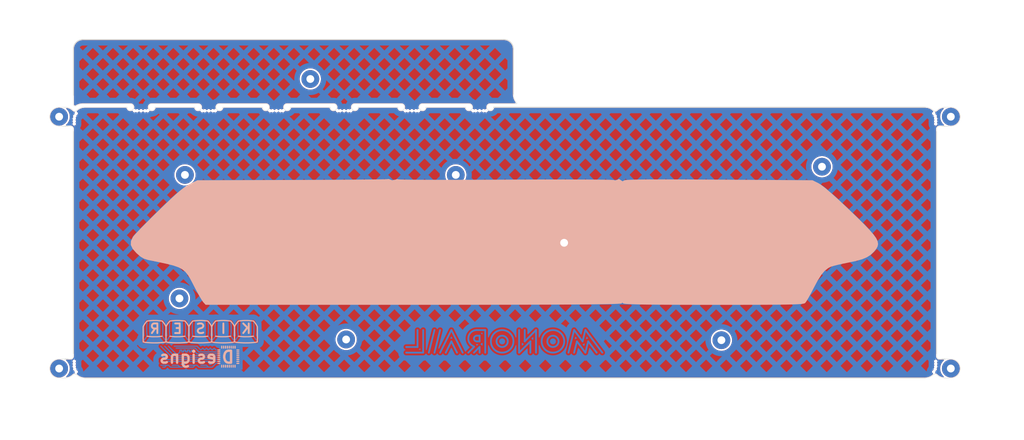
<source format=kicad_pcb>
(kicad_pcb (version 20221018) (generator pcbnew)
  (layers (0 "F.Cu" signal) (31 "B.Cu" signal) (34 "B.Paste" user) (35 "F.Paste" user) (36 "B.SilkS" user "B.Silkscreen") (37 "F.SilkS" user "F.Silkscreen") (38 "B.Mask" user) (39 "F.Mask" user) (44 "Edge.Cuts" user))
  (net 0 "")
  (footprint "marbastlib-various:mousebites_2mm" (layer "F.Cu") (at 96.8375 59.791515 90)
    (fp_text reference "REF**" hide)
    (fp_text value "mousebites 2mm" hide)
    (pad "" np_thru_hole circle (at 0.05 -1.85 90) (size 0.5 0.5) (drill 0.5) (layers "F&B.Cu" "*.Mask"))
    (pad "" np_thru_hole circle (at 0.05 -1.11 90) (size 0.5 0.5) (drill 0.5) (layers "F&B.Cu" "*.Mask"))
    (pad "" np_thru_hole circle (at 0.05 0 90) (size 0.5 0.5) (drill 0.5) (layers "F&B.Cu" "*.Mask"))
    (pad "" np_thru_hole circle (at 0.05 1.11 90) (size 0.5 0.5) (drill 0.5) (layers "F&B.Cu" "*.Mask"))
    (pad "" np_thru_hole circle (at 0.05 1.85 90) (size 0.5 0.5) (drill 0.5) (layers "F&B.Cu" "*.Mask"))
  )
  (footprint "marbastlib-various:mousebites_2mm" (layer "F.Cu") (at 263.325 131.3375 180)
    (fp_text reference "REF**" hide)
    (fp_text value "mousebites 2mm" hide)
    (pad "" np_thru_hole circle (at 0.05 -0.37 180) (size 0.5 0.5) (drill 0.5) (layers "F&B.Cu" "*.Mask"))
    (pad "" np_thru_hole circle (at 0.05 0.37 180) (size 0.5 0.5) (drill 0.5) (layers "F&B.Cu" "*.Mask"))
    (pad "" np_thru_hole circle (at 0.05 1.11 180) (size 0.5 0.5) (drill 0.5) (layers "F&B.Cu" "*.Mask"))
    (pad "" np_thru_hole circle (at 0.2 -1.11 180) (size 0.5 0.5) (drill 0.5) (layers "F&B.Cu" "*.Mask"))
    (pad "" np_thru_hole circle (at 0.6 -1.85 180) (size 0.5 0.5) (drill 0.5) (layers "F&B.Cu" "*.Mask"))
  )
  (footprint "" (layer "F.Cu") (at 202.974795 124.2879)
    (fp_text reference "" (at 0 0) (layer "F.SilkS") (effects (font (size 1.27 1.27))))
    (fp_text value "" (at 0 0) (layer "F.SilkS") (effects (font (size 1.27 1.27))))
    (pad "" np_thru_hole circle (at 0 0) (size 5 5) (drill 2.2) (layers "F&B.Cu" "*.Mask"))
  )
  (footprint "marbastlib-various:mousebites_2mm" (layer "F.Cu") (at 77.7875 59.791515 90)
    (fp_text reference "REF**" hide)
    (fp_text value "mousebites 2mm" hide)
    (pad "" np_thru_hole circle (at 0.05 -1.85 90) (size 0.5 0.5) (drill 0.5) (layers "F&B.Cu" "*.Mask"))
    (pad "" np_thru_hole circle (at 0.05 -1.11 90) (size 0.5 0.5) (drill 0.5) (layers "F&B.Cu" "*.Mask"))
    (pad "" np_thru_hole circle (at 0.05 0 90) (size 0.5 0.5) (drill 0.5) (layers "F&B.Cu" "*.Mask"))
    (pad "" np_thru_hole circle (at 0.05 1.11 90) (size 0.5 0.5) (drill 0.5) (layers "F&B.Cu" "*.Mask"))
    (pad "" np_thru_hole circle (at 0.05 1.85 90) (size 0.5 0.5) (drill 0.5) (layers "F&B.Cu" "*.Mask"))
  )
  (footprint "marbastlib-various:mousebites_2mm" (layer "F.Cu") (at 58.7375 59.791515 90)
    (fp_text reference "REF**" hide)
    (fp_text value "mousebites 2mm" hide)
    (pad "" np_thru_hole circle (at 0.05 -1.85 90) (size 0.5 0.5) (drill 0.5) (layers "F&B.Cu" "*.Mask"))
    (pad "" np_thru_hole circle (at 0.05 -1.11 90) (size 0.5 0.5) (drill 0.5) (layers "F&B.Cu" "*.Mask"))
    (pad "" np_thru_hole circle (at 0.05 0 90) (size 0.5 0.5) (drill 0.5) (layers "F&B.Cu" "*.Mask"))
    (pad "" np_thru_hole circle (at 0.05 1.11 90) (size 0.5 0.5) (drill 0.5) (layers "F&B.Cu" "*.Mask"))
    (pad "" np_thru_hole circle (at 0.05 1.85 90) (size 0.5 0.5) (drill 0.5) (layers "F&B.Cu" "*.Mask"))
  )
  (footprint "" (layer "F.Cu") (at 16.6375 61.4125)
    (fp_text reference "" (at 0 0) (layer "F.SilkS") (effects (font (size 1.27 1.27))))
    (fp_text value "" (at 0 0) (layer "F.SilkS") (effects (font (size 1.27 1.27))))
    (pad "" np_thru_hole circle (at 0 0) (size 5 5) (drill 2.2) (layers "F&B.Cu" "*.Mask"))
  )
  (footprint "marbastlib-various:mousebites_2mm" (layer "F.Cu") (at 115.8875 59.791515 90)
    (fp_text reference "REF**" hide)
    (fp_text value "mousebites 2mm" hide)
    (pad "" np_thru_hole circle (at 0.05 -1.85 90) (size 0.5 0.5) (drill 0.5) (layers "F&B.Cu" "*.Mask"))
    (pad "" np_thru_hole circle (at 0.05 -1.11 90) (size 0.5 0.5) (drill 0.5) (layers "F&B.Cu" "*.Mask"))
    (pad "" np_thru_hole circle (at 0.05 0 90) (size 0.5 0.5) (drill 0.5) (layers "F&B.Cu" "*.Mask"))
    (pad "" np_thru_hole circle (at 0.05 1.11 90) (size 0.5 0.5) (drill 0.5) (layers "F&B.Cu" "*.Mask"))
    (pad "" np_thru_hole circle (at 0.05 1.85 90) (size 0.5 0.5) (drill 0.5) (layers "F&B.Cu" "*.Mask"))
  )
  (footprint "" (layer "F.Cu") (at 52.037503 77.788001)
    (fp_text reference "" (at 0 0) (layer "F.SilkS") (effects (font (size 1.27 1.27))))
    (fp_text value "" (at 0 0) (layer "F.SilkS") (effects (font (size 1.27 1.27))))
    (pad "" np_thru_hole circle (at 0 0) (size 5 5) (drill 2.2) (layers "F&B.Cu" "*.Mask"))
  )
  (footprint "" (layer "F.Cu") (at 97.387502 124.087902)
    (fp_text reference "" (at 0 0) (layer "F.SilkS") (effects (font (size 1.27 1.27))))
    (fp_text value "" (at 0 0) (layer "F.SilkS") (effects (font (size 1.27 1.27))))
    (pad "" np_thru_hole circle (at 0 0) (size 5 5) (drill 2.2) (layers "F&B.Cu" "*.Mask"))
  )
  (footprint "" (layer "F.Cu") (at 231.274795 75.487999)
    (fp_text reference "" (at 0 0) (layer "F.SilkS") (effects (font (size 1.27 1.27))))
    (fp_text value "" (at 0 0) (layer "F.SilkS") (effects (font (size 1.27 1.27))))
    (pad "" np_thru_hole circle (at 0 0) (size 5 5) (drill 2.2) (layers "F&B.Cu" "*.Mask"))
  )
  (footprint "" (layer "F.Cu") (at 267.525002 132.262501 180)
    (fp_text reference "" (at 0 0) (layer "F.SilkS") (effects (font (size 1.27 1.27))))
    (fp_text value "" (at 0 0) (layer "F.SilkS") (effects (font (size 1.27 1.27))))
    (pad "" np_thru_hole circle (at 0 0 180) (size 5 5) (drill 2.2) (layers "F&B.Cu" "*.Mask"))
  )
  (footprint "marbastlib-various:mousebites_2mm" (layer "F.Cu") (at 20.837502 62.337501)
    (fp_text reference "REF**" hide)
    (fp_text value "mousebites 2mm" hide)
    (pad "" np_thru_hole circle (at 0.05 -0.37) (size 0.5 0.5) (drill 0.5) (layers "F&B.Cu" "*.Mask"))
    (pad "" np_thru_hole circle (at 0.05 0.37) (size 0.5 0.5) (drill 0.5) (layers "F&B.Cu" "*.Mask"))
    (pad "" np_thru_hole circle (at 0.05 1.11) (size 0.5 0.5) (drill 0.5) (layers "F&B.Cu" "*.Mask"))
    (pad "" np_thru_hole circle (at 0.2 -1.11) (size 0.5 0.5) (drill 0.5) (layers "F&B.Cu" "*.Mask"))
    (pad "" np_thru_hole circle (at 0.6 -1.85) (size 0.5 0.5) (drill 0.5) (layers "F&B.Cu" "*.Mask"))
  )
  (footprint "" (layer "F.Cu") (at 158.724796 96.888001)
    (fp_text reference "" (at 0 0) (layer "F.SilkS") (effects (font (size 1.27 1.27))))
    (fp_text value "" (at 0 0) (layer "F.SilkS") (effects (font (size 1.27 1.27))))
    (pad "" np_thru_hole circle (at 0 0) (size 5 5) (drill 2.2) (layers "F&B.Cu" "*.Mask"))
  )
  (footprint "" (layer "F.Cu") (at 128.237502 77.788001)
    (fp_text reference "" (at 0 0) (layer "F.SilkS") (effects (font (size 1.27 1.27))))
    (fp_text value "" (at 0 0) (layer "F.SilkS") (effects (font (size 1.27 1.27))))
    (pad "" np_thru_hole circle (at 0 0) (size 5 5) (drill 2.2) (layers "F&B.Cu" "*.Mask"))
  )
  (footprint "" (layer "F.Cu") (at 50.487503 112.5379)
    (fp_text reference "" (at 0 0) (layer "F.SilkS") (effects (font (size 1.27 1.27))))
    (fp_text value "" (at 0 0) (layer "F.SilkS") (effects (font (size 1.27 1.27))))
    (pad "" np_thru_hole circle (at 0 0) (size 5 5) (drill 2.2) (layers "F&B.Cu" "*.Mask"))
  )
  (footprint "" (layer "F.Cu") (at 87.3125 50.8)
    (fp_text reference "" (at 0 0) (layer "F.SilkS") (effects (font (size 1.27 1.27))))
    (fp_text value "" (at 0 0) (layer "F.SilkS") (effects (font (size 1.27 1.27))))
    (pad "" np_thru_hole circle (at 0 0) (size 5 5) (drill 2.2) (layers "F&B.Cu" "*.Mask"))
  )
  (footprint "" (layer "F.Cu") (at 267.525001 61.412501 180)
    (fp_text reference "" (at 0 0) (layer "F.SilkS") (effects (font (size 1.27 1.27))))
    (fp_text value "" (at 0 0) (layer "F.SilkS") (effects (font (size 1.27 1.27))))
    (pad "" np_thru_hole circle (at 0 0 180) (size 5 5) (drill 2.2) (layers "F&B.Cu" "*.Mask"))
  )
  (footprint "marbastlib-various:mousebites_2mm" (layer "F.Cu") (at 39.6875 59.791515 90)
    (fp_text reference "REF**" hide)
    (fp_text value "mousebites 2mm" hide)
    (pad "" np_thru_hole circle (at 0.05 -1.85 90) (size 0.5 0.5) (drill 0.5) (layers "F&B.Cu" "*.Mask"))
    (pad "" np_thru_hole circle (at 0.05 -1.11 90) (size 0.5 0.5) (drill 0.5) (layers "F&B.Cu" "*.Mask"))
    (pad "" np_thru_hole circle (at 0.05 0 90) (size 0.5 0.5) (drill 0.5) (layers "F&B.Cu" "*.Mask"))
    (pad "" np_thru_hole circle (at 0.05 1.11 90) (size 0.5 0.5) (drill 0.5) (layers "F&B.Cu" "*.Mask"))
    (pad "" np_thru_hole circle (at 0.05 1.85 90) (size 0.5 0.5) (drill 0.5) (layers "F&B.Cu" "*.Mask"))
  )
  (footprint "" (layer "F.Cu") (at 16.637499 132.2625)
    (fp_text reference "" (at 0 0) (layer "F.SilkS") (effects (font (size 1.27 1.27))))
    (fp_text value "" (at 0 0) (layer "F.SilkS") (effects (font (size 1.27 1.27))))
    (pad "" np_thru_hole circle (at 0 0) (size 5 5) (drill 2.2) (layers "F&B.Cu" "*.Mask"))
  )
  (footprint "marbastlib-various:mousebites_2mm" (layer "F.Cu") (at 134.9375 59.791515 90)
    (fp_text reference "REF**" hide)
    (fp_text value "mousebites 2mm" hide)
    (pad "" np_thru_hole circle (at 0.05 -1.85 90) (size 0.5 0.5) (drill 0.5) (layers "F&B.Cu" "*.Mask"))
    (pad "" np_thru_hole circle (at 0.05 -1.11 90) (size 0.5 0.5) (drill 0.5) (layers "F&B.Cu" "*.Mask"))
    (pad "" np_thru_hole circle (at 0.05 0 90) (size 0.5 0.5) (drill 0.5) (layers "F&B.Cu" "*.Mask"))
    (pad "" np_thru_hole circle (at 0.05 1.11 90) (size 0.5 0.5) (drill 0.5) (layers "F&B.Cu" "*.Mask"))
    (pad "" np_thru_hole circle (at 0.05 1.85 90) (size 0.5 0.5) (drill 0.5) (layers "F&B.Cu" "*.Mask"))
  )
  (footprint "LOGO" (layer "B.Cu") (at 56.35625 125.4125 180)
    (fp_text reference "G***" hide)
    (fp_text value "LOGO" hide)
  )
  (footprint "LOGO" (layer "B.Cu") (at 142.08125 98.425 180)
    (fp_text reference "G***" hide)
    (fp_text value "LOGO" hide)
  )
  (footprint "marbastlib-various:mousebites_2mm" (layer "B.Cu") (at 20.837501 131.3375)
    (fp_text reference "REF**" hide)
    (fp_text value "mousebites 2mm" hide)
    (pad "" np_thru_hole circle (at 0.05 -1.11) (size 0.5 0.5) (drill 0.5) (layers "F&B.Cu" "*.Mask"))
    (pad "" np_thru_hole circle (at 0.05 -0.37) (size 0.5 0.5) (drill 0.5) (layers "F&B.Cu" "*.Mask"))
    (pad "" np_thru_hole circle (at 0.05 0.37) (size 0.5 0.5) (drill 0.5) (layers "F&B.Cu" "*.Mask"))
    (pad "" np_thru_hole circle (at 0.2 1.11) (size 0.5 0.5) (drill 0.5) (layers "F&B.Cu" "*.Mask"))
    (pad "" np_thru_hole circle (at 0.6 1.85) (size 0.5 0.5) (drill 0.5) (layers "F&B.Cu" "*.Mask"))
  )
  (footprint "LOGO" (layer "B.Cu") (at 56.35625 125.4125 180)
    (fp_text reference "G***" hide)
    (fp_text value "LOGO" hide)
    (fp_poly (pts (xy 2.922471 -4.471969) (xy 2.235985 -4.471969) (xy 2.235985 -4.158146) (xy 2.922471 -4.158146)) (fill solid) (layer "B.Cu"))
    (fp_poly (pts (xy 2.922471 -3.942393) (xy 2.235985 -3.942393) (xy 2.235985 -3.628571) (xy 2.922471 -3.628571)) (fill solid) (layer "B.Cu"))
    (fp_poly (pts (xy 4.530811 -4.471969) (xy 3.667799 -4.471969) (xy 3.667799 -4.158146) (xy 4.530811 -4.158146)) (fill solid) (layer "B.Cu"))
    (fp_poly (pts (xy 6.139151 -5.001544) (xy 5.276139 -5.001544) (xy 5.276139 -4.707336) (xy 6.139151 -4.707336)) (fill solid) (layer "B.Cu"))
    (fp_poly (pts (xy 6.139151 -4.471969) (xy 5.276139 -4.471969) (xy 5.276139 -4.158146) (xy 6.139151 -4.158146)) (fill solid) (layer "B.Cu"))
    (fp_poly (pts (xy 6.139151 -3.942393) (xy 5.276139 -3.942393) (xy 5.276139 -3.628571) (xy 6.139151 -3.628571)) (fill solid) (layer "B.Cu"))
    (fp_poly (pts (xy 6.139151 -3.393204) (xy 5.276139 -3.393204) (xy 5.276139 -3.098996) (xy 6.139151 -3.098996)) (fill solid) (layer "B.Cu"))
    (fp_poly (pts (xy 7.610193 -4.161312) (xy 7.610193 -4.471969) (xy 6.884479 -4.471969) (xy 6.884479 -4.156732)) (fill solid) (layer "B.Cu"))
    (fp_poly (pts (xy 7.610193 -3.942393) (xy 6.884479 -3.942393) (xy 6.884479 -3.628571) (xy 7.610193 -3.628571)) (fill solid) (layer "B.Cu"))
    (fp_poly (pts (xy 4.530811 -3.942393) (xy 3.665759 -3.942393) (xy 3.669541 -3.785482) (xy 3.673322 -3.628571) (xy 4.530811 -3.628571)) (fill solid) (layer "B.Cu"))
    (fp_poly (pts (xy 7.610216 -4.849536) (xy 7.610193 -5.001544) (xy 6.884479 -5.001544) (xy 6.884479 -4.709011) (xy 7.247359 -4.70327) (xy 7.610238 -4.697529)) (fill solid) (layer "B.Cu"))
    (fp_poly (pts (xy -4.295444 -4.471969) (xy -4.803404 -4.471969) (xy -4.774119 -4.40188) (xy -4.755696 -4.323894) (xy -4.772911 -4.254732) (xy -4.811079 -4.202278) (xy -4.851471 -4.158146) (xy -4.295444 -4.158146)) (fill solid) (layer "B.Cu"))
    (fp_poly (pts (xy 1.490657 -3.393204) (xy 0.486861 -3.393204) (xy 0.538339 -3.332025) (xy 0.576958 -3.272246) (xy 0.607944 -3.201021) (xy 0.612799 -3.184921) (xy 0.635781 -3.098996) (xy 1.490657 -3.098996)) (fill solid) (layer "B.Cu"))
    (fp_poly (pts (xy -0.177802 -3.323401) (xy -0.105583 -3.344452) (xy -0.088262 -3.353976) (xy -0.029421 -3.392946) (xy -0.313822 -3.392253) (xy -0.598224 -3.39156) (xy -0.529575 -3.353976) (xy -0.458975 -3.329115) (xy -0.367887 -3.315732) (xy -0.2697 -3.313828)) (fill solid) (layer "B.Cu"))
    (fp_poly (pts (xy 11.216821 -4.793285) (xy 11.229333 -4.870347) (xy 11.203001 -4.942848) (xy 11.18437 -4.96722) (xy 11.150643 -4.997514) (xy 11.134821 -4.993637) (xy 11.139194 -4.956648) (xy 11.14196 -4.947606) (xy 11.15796 -4.891773) (xy 11.174452 -4.825061) (xy 11.176655 -4.815212) (xy 11.193878 -4.736756)) (fill solid) (layer "B.Cu"))
    (fp_poly (pts (xy -3.013441 -3.317573) (xy -2.938508 -3.321873) (xy -2.884869 -3.330436) (xy -2.843581 -3.344404) (xy -2.824401 -3.353976) (xy -2.755753 -3.39156) (xy -3.481467 -3.39156) (xy -3.412818 -3.353976) (xy -3.374387 -3.336812) (xy -3.328164 -3.325635) (xy -3.265207 -3.319304) (xy -3.176575 -3.316675) (xy -3.11861 -3.316393)) (fill solid) (layer "B.Cu"))
    (fp_poly (pts (xy -4.295444 -3.942393) (xy -4.563271 -3.942393) (xy -4.669852 -3.942118) (xy -4.742546 -3.940777) (xy -4.786693 -3.937595) (xy -4.807632 -3.9318) (xy -4.810703 -3.922618) (xy -4.801246 -3.909275) (xy -4.800166 -3.908069) (xy -4.761277 -3.839411) (xy -4.760581 -3.762009) (xy -4.783015 -3.702123) (xy -4.82079 -3.628571) (xy -4.295444 -3.628571)) (fill solid) (layer "B.Cu"))
    (fp_poly (pts (xy 1.490657 -5.000058) (xy 1.07285 -5.005704) (xy 0.655043 -5.011351) (xy 0.699906 -4.945281) (xy 0.725683 -4.899954) (xy 0.735334 -4.867358) (xy 0.734084 -4.861922) (xy 0.737454 -4.845557) (xy 0.743282 -4.844633) (xy 0.759613 -4.827479) (xy 0.774119 -4.785271) (xy 0.776043 -4.775984) (xy 0.788922 -4.707336) (xy 1.490657 -4.707336)) (fill solid) (layer "B.Cu"))
    (fp_poly (pts (xy 7.315022 -3.309943) (xy 7.38059 -3.319895) (xy 7.417543 -3.33775) (xy 7.434041 -3.358851) (xy 7.431986 -3.373923) (xy 7.407127 -3.383927) (xy 7.355216 -3.38982) (xy 7.272003 -3.392562) (xy 7.17218 -3.393131) (xy 6.953128 -3.393058) (xy 7.014783 -3.355462) (xy 7.072256 -3.332308) (xy 7.149214 -3.316662) (xy 7.234017 -3.309036)) (fill solid) (layer "B.Cu"))
    (fp_poly (pts (xy 3.105084 -3.161725) (xy 3.085268 -3.220184) (xy 3.052806 -3.282627) (xy 3.046732 -3.291952) (xy 3.018037 -3.337984) (xy 3.002088 -3.370845) (xy 3.000927 -3.376327) (xy 2.982305 -3.381519) (xy 2.930403 -3.386063) (xy 2.851168 -3.389698) (xy 2.750545 -3.392161) (xy 2.63448 -3.39319) (xy 2.618456 -3.393204) (xy 2.235985 -3.393204) (xy 2.235985 -3.098996) (xy 3.11763 -3.098996)) (fill solid) (layer "B.Cu"))
    (fp_poly (pts (xy 8.919939 -4.707361) (xy 9.034222 -4.708157) (xy 9.116048 -4.710801) (xy 9.168801 -4.716375) (xy 9.195867 -4.725955) (xy 9.20063 -4.740622) (xy 9.186475 -4.761454) (xy 9.156786 -4.789531) (xy 9.122144 -4.819657) (xy 9.07943 -4.870734) (xy 9.050335 -4.927533) (xy 9.028735 -4.991737) (xy 8.672514 -4.997083) (xy 8.316294 -5.002429) (xy 8.316294 -4.707336) (xy 8.769815 -4.707336)) (fill solid) (layer "B.Cu"))
    (fp_poly (pts (xy -1.546662 -3.62943) (xy -1.461101 -3.63224) (xy -1.406264 -3.637354) (xy -1.377914 -3.645121) (xy -1.371472 -3.653088) (xy -1.365559 -3.694436) (xy -1.362812 -3.707027) (xy -1.352597 -3.750506) (xy -1.346194 -3.778661) (xy -1.330481 -3.825828) (xy -1.305774 -3.880745) (xy -1.305316 -3.881634) (xy -1.273896 -3.942393) (xy -1.999647 -3.942393) (xy -1.980518 -3.892082) (xy -1.969479 -3.843369) (xy -1.962568 -3.775015) (xy -1.96139 -3.735171) (xy -1.96139 -3.628571) (xy -1.667181 -3.628571)) (fill solid) (layer "B.Cu"))
    (fp_poly (pts (xy 1.060532 -4.16265) (xy 1.48085 -4.167953) (xy 1.486578 -4.319961) (xy 1.492307 -4.471969) (xy 0.769701 -4.471969) (xy 0.745881 -4.414462) (xy 0.717472 -4.358914) (xy 0.679781 -4.299749) (xy 0.675505 -4.293851) (xy 0.648426 -4.250208) (xy 0.638135 -4.218966) (xy 0.639261 -4.214061) (xy 0.634218 -4.198898) (xy 0.62488 -4.197374) (xy 0.611272 -4.189674) (xy 0.6202 -4.17736) (xy 0.647405 -4.170339) (xy 0.711453 -4.165336) (xy 0.81001 -4.16243) (xy 0.94074 -4.161699)) (fill solid) (layer "B.Cu"))
    (fp_poly (pts (xy -1.271578 -4.775313) (xy -1.315032 -4.81879) (xy -1.343241 -4.855052) (xy -1.348941 -4.868479) (xy -1.35517 -4.908199) (xy -1.360516 -4.932895) (xy -1.369022 -4.971943) (xy -1.371472 -4.986834) (xy -1.390564 -4.991425) (xy -1.442813 -4.995432) (xy -1.52215 -4.998613) (xy -1.622505 -5.00073) (xy -1.73781 -5.001542) (xy -1.744078 -5.001544) (xy -2.115184 -5.001544) (xy -2.127991 -4.943234) (xy -2.148355 -4.897458) (xy -2.187742 -4.839509) (xy -2.224672 -4.796129) (xy -2.308546 -4.707336) (xy -1.196335 -4.707336)) (fill solid) (layer "B.Cu"))
    (fp_poly (pts (xy 3.000927 -4.785791) (xy 3.029203 -4.83309) (xy 3.053918 -4.861029) (xy 3.061325 -4.864247) (xy 3.073169 -4.876043) (xy 3.070611 -4.882185) (xy 3.072517 -4.903834) (xy 3.077464 -4.906703) (xy 3.095155 -4.92918) (xy 3.102103 -4.952509) (xy 3.102892 -4.965242) (xy 3.097193 -4.974954) (xy 3.080286 -4.982132) (xy 3.047456 -4.987267) (xy 2.993983 -4.990845) (xy 2.915149 -4.993357) (xy 2.806237 -4.995291) (xy 2.672394 -4.997016) (xy 2.235985 -5.002295) (xy 2.235985 -4.707336) (xy 2.960902 -4.707336)) (fill solid) (layer "B.Cu"))
    (fp_poly (pts (xy 4.288192 -3.317088) (xy 4.392745 -3.318061) (xy 4.464027 -3.320088) (xy 4.507995 -3.324104) (xy 4.530606 -3.331042) (xy 4.537817 -3.341838) (xy 4.535981 -3.355937) (xy 4.529845 -3.369858) (xy 4.516018 -3.379786) (xy 4.488722 -3.386367) (xy 4.442174 -3.390247) (xy 4.370595 -3.392071) (xy 4.268205 -3.392485) (xy 4.209798 -3.392382) (xy 3.893359 -3.39156) (xy 3.962008 -3.353533) (xy 3.996329 -3.337504) (xy 4.03623 -3.326743) (xy 4.089833 -3.320342) (xy 4.165258 -3.317394) (xy 4.270625 -3.316993)) (fill solid) (layer "B.Cu"))
    (fp_poly (pts (xy 11.113505 -4.167202) (xy 11.136422 -4.178764) (xy 11.201004 -4.2315) (xy 11.230302 -4.295238) (xy 11.222444 -4.365681) (xy 11.220266 -4.371208) (xy 11.195675 -4.415865) (xy 11.173457 -4.432551) (xy 11.159529 -4.417751) (xy 11.157986 -4.408224) (xy 11.157429 -4.374106) (xy 11.157986 -4.368996) (xy 11.145325 -4.35489) (xy 11.139538 -4.354285) (xy 11.127823 -4.342269) (xy 11.130888 -4.334671) (xy 11.127817 -4.316822) (xy 11.11897 -4.315058) (xy 11.104309 -4.307804) (xy 11.107223 -4.302764) (xy 11.107532 -4.278894) (xy 11.091862 -4.237112) (xy 11.089432 -4.232293) (xy 11.070319 -4.182468) (xy 11.078492 -4.160601)) (fill solid) (layer "B.Cu"))
    (fp_poly (pts (xy -3.075169 -4.708121) (xy -2.934136 -4.708525) (xy -2.828263 -4.70939) (xy -2.753482 -4.711059) (xy -2.705724 -4.713875) (xy -2.680922 -4.718181) (xy -2.675008 -4.72432) (xy -2.683914 -4.732634) (xy -2.696911 -4.739997) (xy -2.748206 -4.770376) (xy -2.787833 -4.799062) (xy -2.82118 -4.811155) (xy -2.884853 -4.820758) (xy -2.970021 -4.827733) (xy -3.067853 -4.83194) (xy -3.169518 -4.83324) (xy -3.266184 -4.831491) (xy -3.34902 -4.826556) (xy -3.409195 -4.818293) (xy -3.434931 -4.809303) (xy -3.474671 -4.770624) (xy -3.491812 -4.745557) (xy -3.497179 -4.733184) (xy -3.49523 -4.723828) (xy -3.481405 -4.71708) (xy -3.451142 -4.712531) (xy -3.399879 -4.709771) (xy -3.323054 -4.708389) (xy -3.216105 -4.707976)) (fill solid) (layer "B.Cu"))
    (fp_poly (pts (xy 3.781334 -4.695781) (xy 3.808248 -4.700364) (xy 3.867693 -4.704107) (xy 3.952976 -4.706796) (xy 4.057407 -4.708217) (xy 4.168709 -4.708195) (xy 4.530811 -4.705806) (xy 4.530811 -4.834826) (xy 4.266023 -4.834826) (xy 4.166553 -4.83427) (xy 4.08033 -4.832747) (xy 4.015411 -4.830476) (xy 3.97985 -4.827675) (xy 3.976718 -4.826994) (xy 3.944102 -4.809846) (xy 3.905764 -4.783129) (xy 3.86849 -4.760277) (xy 3.84464 -4.756175) (xy 3.822767 -4.74979) (xy 3.808226 -4.736756) (xy 3.824711 -4.736756) (xy 3.834518 -4.746563) (xy 3.844324 -4.736756) (xy 3.834518 -4.726949) (xy 3.824711 -4.736756) (xy 3.808226 -4.736756) (xy 3.793008 -4.723115) (xy 3.774567 -4.69822) (xy 3.779991 -4.695026)) (fill solid) (layer "B.Cu"))
    (fp_poly (pts (xy -4.453417 -4.707873) (xy -4.374804 -4.710795) (xy -4.323645 -4.718067) (xy -4.294057 -4.731654) (xy -4.280153 -4.75352) (xy -4.276048 -4.785632) (xy -4.27583 -4.804008) (xy -4.263562 -4.843076) (xy -4.235946 -4.884618) (xy -4.210563 -4.92418) (xy -4.20539 -4.954913) (xy -4.205423 -4.955) (xy -4.200031 -4.982976) (xy -4.191369 -4.988921) (xy -4.201826 -4.992176) (xy -4.245623 -4.995142) (xy -4.316874 -4.997599) (xy -4.409692 -4.999325) (xy -4.487183 -4.999996) (xy -4.806413 -5.001544) (xy -4.774892 -4.94059) (xy -4.754289 -4.861867) (xy -4.770909 -4.785083) (xy -4.800166 -4.74166) (xy -4.810393 -4.727924) (xy -4.808444 -4.718438) (xy -4.788967 -4.712419) (xy -4.746606 -4.709084) (xy -4.676006 -4.707651) (xy -4.571812 -4.707336) (xy -4.56537 -4.707336)) (fill solid) (layer "B.Cu"))
    (fp_poly (pts (xy -4.379469 -3.089392) (xy -4.290942 -3.090384) (xy -4.231468 -3.092735) (xy -4.19596 -3.097018) (xy -4.179329 -3.103803) (xy -4.17649 -3.113662) (xy -4.181305 -3.125234) (xy -4.200254 -3.173662) (xy -4.209571 -3.210773) (xy -4.227687 -3.260805) (xy -4.247188 -3.288909) (xy -4.271374 -3.33072) (xy -4.27583 -3.355377) (xy -4.278241 -3.370628) (xy -4.289566 -3.381124) (xy -4.315941 -3.387748) (xy -4.363503 -3.391382) (xy -4.438388 -3.392906) (xy -4.539114 -3.393204) (xy -4.802399 -3.393204) (xy -4.772586 -3.333443) (xy -4.753467 -3.254759) (xy -4.771644 -3.177319) (xy -4.805672 -3.128417) (xy -4.817918 -3.11426) (xy -4.820993 -3.103999) (xy -4.810043 -3.097007) (xy -4.780218 -3.092657) (xy -4.726667 -3.090322) (xy -4.644536 -3.089376) (xy -4.528976 -3.08919) (xy -4.502136 -3.089189)) (fill solid) (layer "B.Cu"))
    (fp_poly (pts (xy -0.310314 -4.708587) (xy -0.198501 -4.710329) (xy -0.106539 -4.713148) (xy -0.039993 -4.716849) (xy -0.00443 -4.721236) (xy 0 -4.72353) (xy -0.012958 -4.747126) (xy -0.044131 -4.781184) (xy -0.044266 -4.781311) (xy -0.064642 -4.797568) (xy -0.090101 -4.80921) (xy -0.127446 -4.817195) (xy -0.183479 -4.822484) (xy -0.265004 -4.826035) (xy -0.378822 -4.828809) (xy -0.381369 -4.828861) (xy -0.498893 -4.830611) (xy -0.583707 -4.829987) (xy -0.642284 -4.826496) (xy -0.681097 -4.819641) (xy -0.706618 -4.808928) (xy -0.714671 -4.803361) (xy -0.76177 -4.771105) (xy -0.813977 -4.740402) (xy -0.831019 -4.730209) (xy -0.83632 -4.72247) (xy -0.825799 -4.716837) (xy -0.795378 -4.71296) (xy -0.740977 -4.710492) (xy -0.658517 -4.709083) (xy -0.543917 -4.708385) (xy -0.436409 -4.708121)) (fill solid) (layer "B.Cu"))
    (fp_poly (pts (xy 10.241197 -4.70855) (xy 10.317987 -4.710138) (xy 10.369979 -4.713192) (xy 10.401982 -4.718122) (xy 10.418806 -4.725342) (xy 10.42526 -4.735261) (xy 10.426189 -4.745123) (xy 10.420352 -4.772122) (xy 10.412133 -4.774224) (xy 10.390794 -4.779179) (xy 10.385823 -4.785366) (xy 10.367991 -4.80428) (xy 10.337831 -4.817579) (xy 10.289647 -4.825953) (xy 10.217741 -4.830096) (xy 10.116415 -4.830698) (xy 10.023625 -4.82936) (xy 9.896686 -4.825594) (xy 9.805119 -4.819667) (xy 9.745107 -4.811191) (xy 9.712835 -4.799777) (xy 9.709803 -4.79749) (xy 9.670991 -4.769648) (xy 9.620618 -4.739997) (xy 9.603606 -4.729892) (xy 9.598601 -4.72223) (xy 9.609689 -4.716662) (xy 9.640953 -4.712839) (xy 9.696475 -4.710413) (xy 9.780341 -4.709035) (xy 9.896634 -4.708357) (xy 9.993983 -4.708121) (xy 10.134799 -4.708014)) (fill solid) (layer "B.Cu"))
    (fp_poly (pts (xy 9.34712 -4.206511) (xy 9.386681 -4.240714) (xy 9.438716 -4.275349) (xy 9.492132 -4.304363) (xy 9.535838 -4.321701) (xy 9.558315 -4.321788) (xy 9.57944 -4.324981) (xy 9.616384 -4.347559) (xy 9.62189 -4.351782) (xy 9.661818 -4.376772) (xy 9.68977 -4.383088) (xy 9.691572 -4.382281) (xy 9.707979 -4.384879) (xy 9.70888 -4.390257) (xy 9.71719 -4.40854) (xy 9.745113 -4.422828) (xy 9.797142 -4.433959) (xy 9.877767 -4.442775) (xy 9.991481 -4.450116) (xy 10.042317 -4.452601) (xy 10.078677 -4.455128) (xy 10.077612 -4.457564) (xy 10.040925 -4.459868) (xy 9.970417 -4.462003) (xy 9.867891 -4.46393) (xy 9.735151 -4.465609) (xy 9.573998 -4.467002) (xy 9.386235 -4.46807) (xy 9.310874 -4.468373) (xy 8.314644 -4.471969) (xy 8.320372 -4.319961) (xy 8.326101 -4.167953) (xy 8.815118 -4.164042) (xy 9.304136 -4.16013)) (fill solid) (layer "B.Cu"))
    (fp_poly (pts (xy -1.835515 -3.092926) (xy -1.708947 -3.094391) (xy -1.674975 -3.094865) (xy -1.274695 -3.100541) (xy -1.303438 -3.156124) (xy -1.319869 -3.197949) (xy -1.320422 -3.223376) (xy -1.319887 -3.223999) (xy -1.322864 -3.235206) (xy -1.331634 -3.236293) (xy -1.3464 -3.247799) (xy -1.343552 -3.255907) (xy -1.343643 -3.274044) (xy -1.349646 -3.275521) (xy -1.365034 -3.291719) (xy -1.367729 -3.309845) (xy -1.368258 -3.341666) (xy -1.373998 -3.364145) (xy -1.39075 -3.378904) (xy -1.424313 -3.387567) (xy -1.480487 -3.391756) (xy -1.565072 -3.393095) (xy -1.665623 -3.393204) (xy -1.958273 -3.393204) (xy -1.970899 -3.335718) (xy -1.989212 -3.286058) (xy -2.011685 -3.254861) (xy -2.035803 -3.216344) (xy -2.039845 -3.193374) (xy -2.049053 -3.142787) (xy -2.05755 -3.122224) (xy -2.060971 -3.111123) (xy -2.0545 -3.102958) (xy -2.033428 -3.097392) (xy -1.993046 -3.09409) (xy -1.928645 -3.092713)) (fill solid) (layer "B.Cu"))
    (fp_poly (pts (xy 4.100317 2.159507) (xy 4.146226 2.110055) (xy 4.20147 2.06627) (xy 4.253072 2.039546) (xy 4.266727 2.036454) (xy 4.320797 2.030039) (xy 4.26263 1.971197) (xy 4.221795 1.926007) (xy 4.163844 1.856821) (xy 4.094783 1.771332) (xy 4.020615 1.677232) (xy 3.947347 1.582216) (xy 3.880983 1.493977) (xy 3.827528 1.420208) (xy 3.795687 1.372973) (xy 3.753926 1.309764) (xy 3.711708 1.251187) (xy 3.695633 1.230839) (xy 3.668163 1.191359) (xy 3.628859 1.126654) (xy 3.583508 1.046545) (xy 3.548224 0.980762) (xy 3.505061 0.902418) (xy 3.465918 0.838944) (xy 3.435422 0.797391) (xy 3.419411 0.784556) (xy 3.408537 0.792683) (xy 3.401017 0.820438) (xy 3.39637 0.872884) (xy 3.394112 0.955082) (xy 3.393715 1.054247) (xy 3.394225 1.323939) (xy 3.477074 1.452859) (xy 3.524607 1.523393) (xy 3.584666 1.607315) (xy 3.653537 1.699975) (xy 3.727507 1.796727) (xy 3.802861 1.892923) (xy 3.875886 1.983916) (xy 3.942867 2.065057) (xy 4.00009 2.131699) (xy 4.043841 2.179196) (xy 4.070407 2.202898) (xy 4.076725 2.203235)) (fill solid) (layer "B.Cu"))
    (fp_poly (pts (xy 1.490657 -3.942393) (xy 0.975636 -3.942393) (xy 0.820116 -3.942304) (xy 0.698612 -3.941758) (xy 0.605914 -3.940341) (xy 0.536809 -3.937638) (xy 0.486086 -3.933234) (xy 0.448533 -3.926715) (xy 0.41894 -3.917665) (xy 0.392094 -3.905669) (xy 0.37005 -3.894182) (xy 0.316345 -3.869455) (xy 0.276593 -3.858197) (xy 0.264089 -3.859858) (xy 0.256975 -3.860543) (xy 0.260676 -3.852666) (xy 0.251942 -3.832536) (xy 0.215637 -3.805295) (xy 0.189164 -3.791021) (xy 0.148954 -3.774127) (xy 0.104314 -3.762359) (xy 0.047008 -3.754708) (xy -0.031202 -3.750165) (xy -0.138552 -3.747723) (xy -0.167375 -3.747362) (xy -0.29215 -3.744559) (xy -0.381534 -3.739167) (xy -0.439302 -3.730824) (xy -0.469227 -3.719166) (xy -0.470287 -3.718295) (xy -0.508705 -3.690794) (xy -0.558996 -3.661232) (xy -0.569597 -3.654439) (xy -0.571664 -3.648704) (xy -0.562334 -3.643933) (xy -0.538746 -3.640036) (xy -0.498038 -3.636921) (xy -0.437347 -3.634496) (xy -0.353812 -3.632669) (xy -0.244569 -3.63135) (xy -0.106758 -3.630445) (xy 0.062485 -3.629865) (xy 0.266021 -3.629516) (xy 0.436409 -3.629356) (xy 1.490657 -3.628571)) (fill solid) (layer "B.Cu"))
    (fp_poly (pts (xy -10.501951 2.216373) (xy -10.47106 2.187664) (xy -10.423986 2.136396) (xy -10.364335 2.067035) (xy -10.295718 1.984043) (xy -10.221742 1.891883) (xy -10.146016 1.795019) (xy -10.072147 1.697913) (xy -10.003745 1.60503) (xy -9.944417 1.520833) (xy -9.920087 1.484607) (xy -9.827278 1.343552) (xy -9.826921 1.064054) (xy -9.827966 0.964254) (xy -9.831081 0.880254) (xy -9.835838 0.818981) (xy -9.841804 0.787358) (xy -9.844314 0.784556) (xy -9.863643 0.800097) (xy -9.893075 0.839686) (xy -9.910548 0.867915) (xy -9.946389 0.932072) (xy -9.988664 1.011307) (xy -10.018322 1.068958) (xy -10.05591 1.138225) (xy -10.093913 1.199769) (xy -10.119693 1.234797) (xy -10.15853 1.284726) (xy -10.198705 1.344156) (xy -10.203826 1.35248) (xy -10.233792 1.397391) (xy -10.280955 1.462675) (xy -10.340474 1.542154) (xy -10.407512 1.629649) (xy -10.47723 1.718983) (xy -10.544789 1.803975) (xy -10.60535 1.878448) (xy -10.654074 1.936222) (xy -10.686123 1.97112) (xy -10.693082 1.977213) (xy -10.724413 2.009317) (xy -10.721435 2.032071) (xy -10.688921 2.039846) (xy -10.647325 2.055022) (xy -10.597796 2.0929) (xy -10.551658 2.142006) (xy -10.520235 2.190866) (xy -10.51305 2.218063)) (fill solid) (layer "B.Cu"))
    (fp_poly (pts (xy 8.758898 2.192036) (xy 8.789224 2.15989) (xy 8.834323 2.106628) (xy 8.88974 2.037327) (xy 8.89777 2.027019) (xy 8.962414 1.945224) (xy 9.025253 1.868241) (xy 9.078792 1.805106) (xy 9.113523 1.766886) (xy 9.152436 1.722462) (xy 9.176039 1.686295) (xy 9.179305 1.675354) (xy 9.190805 1.647875) (xy 9.196534 1.644299) (xy 9.213724 1.625986) (xy 9.246511 1.581711) (xy 9.289676 1.518763) (xy 9.324025 1.466319) (xy 9.434286 1.294876) (xy 9.434286 1.041815) (xy 9.432467 0.920035) (xy 9.426329 0.835576) (xy 9.414846 0.786669) (xy 9.396994 0.771544) (xy 9.37175 0.788432) (xy 9.338088 0.835566) (xy 9.32625 0.855247) (xy 9.286822 0.926599) (xy 9.249194 1.001035) (xy 9.238149 1.024797) (xy 9.201693 1.093043) (xy 9.142679 1.186942) (xy 9.064058 1.302342) (xy 8.968778 1.435097) (xy 8.859791 1.581055) (xy 8.740046 1.736067) (xy 8.665897 1.829653) (xy 8.607643 1.903181) (xy 8.559549 1.965199) (xy 8.526293 2.009575) (xy 8.512553 2.030181) (xy 8.512433 2.030695) (xy 8.529284 2.037548) (xy 8.562121 2.039846) (xy 8.602399 2.05294) (xy 8.652692 2.085617) (xy 8.701367 2.127971) (xy 8.736792 2.170093) (xy 8.747799 2.197987)) (fill solid) (layer "B.Cu"))
    (fp_poly (pts (xy -8.707902 2.117577) (xy -8.645337 2.061951) (xy -8.592572 2.040082) (xy -8.587363 2.039846) (xy -8.53763 2.0329) (xy -8.523409 2.013416) (xy -8.546072 1.983429) (xy -8.548117 1.981755) (xy -8.576756 1.9525) (xy -8.62339 1.898007) (xy -8.682971 1.824784) (xy -8.750449 1.739337) (xy -8.820776 1.648175) (xy -8.888904 1.557804) (xy -8.949782 1.474732) (xy -8.998362 1.405467) (xy -9.016171 1.3785) (xy -9.058567 1.314679) (xy -9.09775 1.259833) (xy -9.122946 1.228493) (xy -9.148841 1.193223) (xy -9.184879 1.134847) (xy -9.223695 1.065361) (xy -9.227458 1.058241) (xy -9.285503 0.949115) (xy -9.329065 0.870922) (xy -9.360943 0.819381) (xy -9.383938 0.790209) (xy -9.400852 0.779126) (xy -9.409768 0.779545) (xy -9.4205 0.795189) (xy -9.4279 0.836401) (xy -9.432338 0.907291) (xy -9.434182 1.011969) (xy -9.434286 1.05195) (xy -9.434286 1.316074) (xy -9.312923 1.501435) (xy -9.263224 1.575315) (xy -9.2204 1.635215) (xy -9.189358 1.674513) (xy -9.175626 1.686796) (xy -9.161006 1.702481) (xy -9.159691 1.712798) (xy -9.146426 1.743327) (xy -9.114345 1.781385) (xy -9.112742 1.782906) (xy -9.082053 1.815893) (xy -9.034428 1.871915) (xy -8.976684 1.942782) (xy -8.922728 2.01116) (xy -8.779663 2.195308)) (fill solid) (layer "B.Cu"))
    (fp_poly (pts (xy -15.120583 2.116497) (xy -15.061285 2.065147) (xy -15.010449 2.040994) (xy -14.999633 2.039846) (xy -14.951714 2.03318) (xy -14.937024 2.015228) (xy -14.953687 1.992751) (xy -14.976756 1.96827) (xy -15.018402 1.91849) (xy -15.073833 1.849622) (xy -15.138259 1.767875) (xy -15.206889 1.679457) (xy -15.27493 1.590579) (xy -15.337592 1.50745) (xy -15.390083 1.436279) (xy -15.427613 1.383277) (xy -15.444287 1.356927) (xy -15.476265 1.30582) (xy -15.517928 1.250978) (xy -15.522612 1.245483) (xy -15.557661 1.197979) (xy -15.60064 1.129935) (xy -15.642262 1.056054) (xy -15.642375 1.055839) (xy -15.699117 0.949215) (xy -15.741616 0.873074) (xy -15.77309 0.822774) (xy -15.796758 0.793672) (xy -15.815839 0.781126) (xy -15.83332 0.780445) (xy -15.847747 0.787283) (xy -15.857499 0.805164) (xy -15.863464 0.840553) (xy -15.866531 0.899916) (xy -15.867586 0.989719) (xy -15.867645 1.030485) (xy -15.867645 1.273537) (xy -15.756896 1.445842) (xy -15.70947 1.517863) (xy -15.668754 1.57644) (xy -15.639928 1.614308) (xy -15.629406 1.624685) (xy -15.613734 1.64723) (xy -15.612664 1.656531) (xy -15.600172 1.683687) (xy -15.567824 1.727962) (xy -15.533531 1.767676) (xy -15.487084 1.820837) (xy -15.426606 1.893911) (xy -15.36153 1.975372) (xy -15.324314 2.023331) (xy -15.19423 2.193149)) (fill solid) (layer "B.Cu"))
    (fp_poly (pts (xy 11.106427 -0.424533) (xy 11.163695 -0.456545) (xy 11.209112 -0.507735) (xy 11.233647 -0.568324) (xy 11.230907 -0.621295) (xy 11.21573 -0.6398) (xy 11.1746 -0.684119) (xy 11.109356 -0.752383) (xy 11.021838 -0.842722) (xy 10.913886 -0.953267) (xy 10.787339 -1.082146) (xy 10.644036 -1.227492) (xy 10.485816 -1.387433) (xy 10.31452 -1.560101) (xy 10.131986 -1.743625) (xy 9.940054 -1.936136) (xy 9.767891 -2.108444) (xy 8.316294 -3.559823) (xy 8.313971 -3.481417) (xy 8.313204 -3.427334) (xy 8.314192 -3.390661) (xy 8.314735 -3.386008) (xy 8.311723 -3.354098) (xy 8.298664 -3.310667) (xy 8.281178 -3.269964) (xy 8.264884 -3.246235) (xy 8.25914 -3.245057) (xy 8.246494 -3.23767) (xy 8.244376 -3.222873) (xy 8.257985 -3.203708) (xy 8.297291 -3.159329) (xy 8.360012 -3.09202) (xy 8.443864 -3.004061) (xy 8.546566 -2.897735) (xy 8.665836 -2.775323) (xy 8.79939 -2.639108) (xy 8.944946 -2.491371) (xy 9.100223 -2.334394) (xy 9.262937 -2.17046) (xy 9.430806 -2.001851) (xy 9.601548 -1.830847) (xy 9.772881 -1.659732) (xy 9.942521 -1.490786) (xy 10.108187 -1.326293) (xy 10.267596 -1.168534) (xy 10.418466 -1.01979) (xy 10.558515 -0.882345) (xy 10.685459 -0.758479) (xy 10.797017 -0.650475) (xy 10.890906 -0.560615) (xy 10.964844 -0.49118) (xy 11.016548 -0.444453) (xy 11.043736 -0.422715) (xy 11.04634 -0.421475)) (fill solid) (layer "B.Cu"))
    (fp_poly (pts (xy 15.178928 2.174314) (xy 15.203083 2.154626) (xy 15.239379 2.112121) (xy 15.291791 2.044384) (xy 15.35462 1.96389) (xy 15.42119 1.881795) (xy 15.479856 1.812374) (xy 15.495161 1.795053) (xy 15.541746 1.738112) (xy 15.600647 1.658751) (xy 15.663842 1.568096) (xy 15.715818 1.489092) (xy 15.848031 1.281582) (xy 15.848031 1.037787) (xy 15.847368 0.934055) (xy 15.84479 0.862711) (xy 15.839412 0.816933) (xy 15.830352 0.789895) (xy 15.816724 0.774772) (xy 15.813707 0.772782) (xy 15.796736 0.76727) (xy 15.779226 0.776468) (xy 15.757259 0.805595) (xy 15.726917 0.859869) (xy 15.684283 0.94451) (xy 15.683303 0.946496) (xy 15.635131 1.039173) (xy 15.583392 1.130541) (xy 15.53571 1.207472) (xy 15.511682 1.241959) (xy 15.472402 1.297673) (xy 15.445085 1.342986) (xy 15.436139 1.365907) (xy 15.425722 1.392784) (xy 15.421215 1.395856) (xy 15.403817 1.413284) (xy 15.367722 1.455947) (xy 15.31744 1.518012) (xy 15.257478 1.59365) (xy 15.192348 1.677029) (xy 15.126559 1.762318) (xy 15.064621 1.843685) (xy 15.011043 1.9153) (xy 14.970335 1.971332) (xy 14.947007 2.005949) (xy 14.943217 2.013919) (xy 14.961091 2.02751) (xy 15.003261 2.039033) (xy 15.008248 2.039846) (xy 15.064349 2.060722) (xy 15.092503 2.090406) (xy 15.123999 2.139051) (xy 15.144812 2.163212) (xy 15.161357 2.175678)) (fill solid) (layer "B.Cu"))
    (fp_poly (pts (xy -4.060359 2.192734) (xy -4.022414 2.151529) (xy -3.967204 2.084685) (xy -3.891858 1.989381) (xy -3.883125 1.978201) (xy -3.81384 1.889983) (xy -3.748615 1.807924) (xy -3.693281 1.73929) (xy -3.65367 1.691347) (xy -3.643089 1.679089) (xy -3.606489 1.632899) (xy -3.558898 1.566132) (xy -3.509547 1.491828) (xy -3.500888 1.478182) (xy -3.412818 1.338217) (xy -3.412818 1.061386) (xy -3.414078 0.954432) (xy -3.417607 0.869084) (xy -3.423036 0.81086) (xy -3.429993 0.785273) (xy -3.431472 0.784556) (xy -3.449098 0.800581) (xy -3.478865 0.843006) (xy -3.51495 0.90336) (xy -3.522475 0.91695) (xy -3.583908 1.02879) (xy -3.629976 1.111061) (xy -3.663693 1.168849) (xy -3.688075 1.207241) (xy -3.706137 1.231323) (xy -3.713782 1.239629) (xy -3.739137 1.271015) (xy -3.77457 1.321828) (xy -3.795238 1.353796) (xy -3.827863 1.402045) (xy -3.876611 1.469468) (xy -3.93685 1.550125) (xy -4.003947 1.638074) (xy -4.07327 1.727376) (xy -4.140188 1.812089) (xy -4.200067 1.886273) (xy -4.248276 1.943988) (xy -4.280182 1.979293) (xy -4.28889 1.986882) (xy -4.313858 2.012323) (xy -4.302912 2.031939) (xy -4.259366 2.039846) (xy -4.259061 2.039846) (xy -4.211421 2.05496) (xy -4.160512 2.092326) (xy -4.119002 2.139981) (xy -4.099554 2.185965) (xy -4.099305 2.190731) (xy -4.095934 2.209513) (xy -4.083909 2.211121)) (fill solid) (layer "B.Cu"))
    (fp_poly (pts (xy 2.346237 2.187775) (xy 2.380645 2.157123) (xy 2.43427 2.095766) (xy 2.508155 2.002609) (xy 2.510233 1.999912) (xy 2.571214 1.921953) (xy 2.624138 1.856601) (xy 2.66429 1.809505) (xy 2.686954 1.786316) (xy 2.689678 1.784865) (xy 2.707346 1.76963) (xy 2.735571 1.731263) (xy 2.748215 1.711313) (xy 2.778375 1.664147) (xy 2.801087 1.632969) (xy 2.805962 1.627954) (xy 2.821826 1.607935) (xy 2.852874 1.563004) (xy 2.89343 1.501468) (xy 2.90997 1.475746) (xy 3.000927 1.333344) (xy 3.000927 1.05895) (xy 3.000173 0.946079) (xy 2.997581 0.867309) (xy 2.99266 0.817537) (xy 2.984915 0.791658) (xy 2.974415 0.784556) (xy 2.955001 0.801015) (xy 2.923512 0.845461) (xy 2.884809 0.910498) (xy 2.855173 0.965985) (xy 2.809843 1.051014) (xy 2.764203 1.130476) (xy 2.725053 1.192789) (xy 2.708352 1.216062) (xy 2.66415 1.275963) (xy 2.616304 1.346268) (xy 2.599221 1.372973) (xy 2.567735 1.419585) (xy 2.519461 1.486398) (xy 2.459377 1.566982) (xy 2.39246 1.654911) (xy 2.323688 1.743756) (xy 2.258039 1.82709) (xy 2.200491 1.898484) (xy 2.156021 1.951511) (xy 2.129608 1.979743) (xy 2.128812 1.98042) (xy 2.101262 2.013288) (xy 2.110764 2.033718) (xy 2.14966 2.039846) (xy 2.195917 2.055073) (xy 2.250637 2.094326) (xy 2.302151 2.147966) (xy 2.329999 2.188815)) (fill solid) (layer "B.Cu"))
    (fp_poly (pts (xy 10.495866 2.200046) (xy 10.497238 2.196857) (xy 10.518601 2.165159) (xy 10.535301 2.157529) (xy 10.550226 2.150846) (xy 10.547799 2.146512) (xy 10.548301 2.124192) (xy 10.573746 2.093985) (xy 10.613456 2.064437) (xy 10.656753 2.044092) (xy 10.681095 2.039846) (xy 10.736764 2.039846) (xy 10.664135 1.965467) (xy 10.623138 1.920252) (xy 10.596646 1.884841) (xy 10.591167 1.872301) (xy 10.577915 1.846976) (xy 10.546268 1.811292) (xy 10.544163 1.809279) (xy 10.512701 1.774291) (xy 10.462749 1.712441) (xy 10.398306 1.629008) (xy 10.32337 1.529272) (xy 10.24194 1.418513) (xy 10.158015 1.302009) (xy 10.128799 1.260863) (xy 10.083365 1.191694) (xy 10.02944 1.102261) (xy 9.975884 1.007481) (xy 9.953702 0.965985) (xy 9.913059 0.891026) (xy 9.87783 0.831145) (xy 9.852476 0.79363) (xy 9.842702 0.784556) (xy 9.837022 0.803025) (xy 9.832218 0.853857) (xy 9.828674 0.93019) (xy 9.826778 1.025163) (xy 9.826564 1.071742) (xy 9.826564 1.358927) (xy 9.908245 1.48826) (xy 9.950366 1.553256) (xy 9.98699 1.606754) (xy 10.011159 1.638649) (xy 10.013496 1.641163) (xy 10.032671 1.663632) (xy 10.071606 1.711719) (xy 10.126016 1.780046) (xy 10.191617 1.863234) (xy 10.259878 1.950459) (xy 10.33942 2.051628) (xy 10.398677 2.124609) (xy 10.440801 2.172671) (xy 10.46894 2.199085) (xy 10.486245 2.20712)) (fill solid) (layer "B.Cu"))
    (fp_poly (pts (xy -2.334885 2.198478) (xy -2.334054 2.188945) (xy -2.326381 2.152012) (xy -2.310428 2.142819) (xy -2.288154 2.132406) (xy -2.285911 2.123205) (xy -2.275219 2.103612) (xy -2.268929 2.103591) (xy -2.247584 2.092972) (xy -2.23363 2.07417) (xy -2.200587 2.047402) (xy -2.166361 2.039846) (xy -2.127654 2.029441) (xy -2.118301 2.010425) (xy -2.126908 1.984296) (xy -2.134189 1.981004) (xy -2.151109 1.966279) (xy -2.186994 1.925965) (xy -2.237269 1.865853) (xy -2.297358 1.791735) (xy -2.362688 1.709403) (xy -2.428685 1.624647) (xy -2.490772 1.543261) (xy -2.544377 1.471034) (xy -2.584924 1.413758) (xy -2.598365 1.393343) (xy -2.642187 1.327546) (xy -2.693857 1.254851) (xy -2.715454 1.22594) (xy -2.763613 1.15503) (xy -2.811005 1.073098) (xy -2.829808 1.035586) (xy -2.885326 0.922897) (xy -2.932247 0.841284) (xy -2.969271 0.792746) (xy -2.995103 0.77928) (xy -2.996023 0.779545) (xy -3.006654 0.794985) (xy -3.013971 0.835682) (xy -3.018338 0.905777) (xy -3.020116 1.009408) (xy -3.020192 1.055882) (xy -3.019844 1.323939) (xy -2.922293 1.471043) (xy -2.887896 1.522668) (xy -2.857362 1.567503) (xy -2.826762 1.610765) (xy -2.792163 1.657668) (xy -2.749637 1.71343) (xy -2.695253 1.783266) (xy -2.625079 1.872392) (xy -2.535186 1.986024) (xy -2.515482 2.010904) (xy -2.444913 2.098974) (xy -2.394698 2.158695) (xy -2.361709 2.193138) (xy -2.342815 2.205375)) (fill solid) (layer "B.Cu"))
    (fp_poly (pts (xy 10.044598 -0.425368) (xy 10.100047 -0.45915) (xy 10.141757 -0.513257) (xy 10.159865 -0.578466) (xy 10.16 -0.5845) (xy 10.158978 -0.598582) (xy 10.154708 -0.614214) (xy 10.145381 -0.633323) (xy 10.129188 -0.657839) (xy 10.104322 -0.689691) (xy 10.068975 -0.730807) (xy 10.021338 -0.783116) (xy 9.959603 -0.848546) (xy 9.881963 -0.929027) (xy 9.786608 -1.026486) (xy 9.671732 -1.142853) (xy 9.535525 -1.280057) (xy 9.376179 -1.440026) (xy 9.191887 -1.624688) (xy 9.07674 -1.739977) (xy 8.905835 -1.910876) (xy 8.742847 -2.073492) (xy 8.589908 -2.225718) (xy 8.449153 -2.365448) (xy 8.322715 -2.490575) (xy 8.212728 -2.598993) (xy 8.121325 -2.688595) (xy 8.050639 -2.757275) (xy 8.002804 -2.802927) (xy 7.979955 -2.823444) (xy 7.978361 -2.824401) (xy 7.963621 -2.809394) (xy 7.963243 -2.805118) (xy 7.947324 -2.78614) (xy 7.907761 -2.759798) (xy 7.856851 -2.732377) (xy 7.80689 -2.710161) (xy 7.770173 -2.699437) (xy 7.759686 -2.70106) (xy 7.748377 -2.698413) (xy 7.747491 -2.690988) (xy 7.732987 -2.677816) (xy 7.713166 -2.681552) (xy 7.721328 -2.670047) (xy 7.755272 -2.632849) (xy 7.81302 -2.571983) (xy 7.892594 -2.489471) (xy 7.992014 -2.387335) (xy 8.109301 -2.267599) (xy 8.242477 -2.132286) (xy 8.389562 -1.983419) (xy 8.548579 -1.82302) (xy 8.717547 -1.653112) (xy 8.806641 -1.563725) (xy 9.031875 -1.338408) (xy 9.234901 -1.136314) (xy 9.415099 -0.958045) (xy 9.571851 -0.804201) (xy 9.704535 -0.675384) (xy 9.812533 -0.572194) (xy 9.895224 -0.495232) (xy 9.951989 -0.445099) (xy 9.982208 -0.422396) (xy 9.985273 -0.421132)) (fill solid) (layer "B.Cu"))
    (fp_poly (pts (xy -1.080068 -4.215787) (xy -1.028082 -4.246183) (xy -0.988083 -4.26198) (xy -0.974064 -4.261925) (xy -0.96439 -4.263123) (xy -0.968423 -4.271842) (xy -0.960476 -4.291071) (xy -0.918058 -4.311877) (xy -0.897902 -4.318394) (xy -0.826153 -4.345971) (xy -0.756779 -4.382104) (xy -0.745822 -4.389135) (xy -0.694942 -4.41603) (xy -0.651733 -4.426786) (xy -0.642822 -4.425898) (xy -0.61895 -4.425702) (xy -0.618602 -4.433978) (xy -0.604344 -4.44084) (xy -0.557793 -4.447388) (xy -0.485881 -4.452947) (xy -0.395542 -4.456846) (xy -0.378359 -4.457307) (xy -0.360058 -4.458255) (xy -0.378699 -4.45925) (xy -0.431994 -4.460278) (xy -0.517658 -4.461321) (xy -0.633403 -4.462363) (xy -0.776943 -4.463388) (xy -0.945992 -4.46438) (xy -1.138264 -4.465322) (xy -1.351471 -4.466198) (xy -1.583328 -4.466992) (xy -1.831547 -4.467688) (xy -1.838803 -4.467706) (xy -3.550116 -4.471969) (xy -3.550116 -4.426248) (xy -3.539125 -4.387314) (xy -3.503233 -4.359336) (xy -3.438062 -4.340472) (xy -3.339236 -4.328875) (xy -3.315309 -4.327281) (xy -3.243753 -4.320347) (xy -3.18948 -4.310169) (xy -3.162669 -4.298752) (xy -3.161626 -4.297003) (xy -3.142786 -4.284477) (xy -3.135728 -4.287179) (xy -3.110474 -4.287632) (xy -3.056512 -4.280398) (xy -2.982633 -4.267361) (xy -2.897631 -4.250407) (xy -2.810295 -4.23142) (xy -2.729418 -4.212286) (xy -2.663793 -4.19489) (xy -2.622209 -4.181117) (xy -2.612203 -4.174923) (xy -2.591852 -4.171468) (xy -2.536661 -4.168239) (xy -2.451013 -4.165332) (xy -2.339297 -4.162846) (xy -2.205897 -4.160876) (xy -2.055199 -4.159521) (xy -1.891591 -4.158876) (xy -1.886488 -4.158869) (xy -1.167027 -4.15788)) (fill solid) (layer "B.Cu"))
    (fp_poly (pts (xy -10.798833 6.323299) (xy -10.775949 6.308571) (xy -10.775811 6.301358) (xy -10.770745 6.282293) (xy -10.745315 6.249843) (xy -10.715678 6.215512) (xy -10.670477 6.15953) (xy -10.61757 6.091714) (xy -10.594488 6.061464) (xy -10.483629 5.915128) (xy -10.440732 5.531889) (xy -10.424491 5.353998) (xy -10.41159 5.145311) (xy -10.402055 4.91354) (xy -10.395913 4.666394) (xy -10.393191 4.411585) (xy -10.393917 4.156823) (xy -10.398117 3.909819) (xy -10.405818 3.678283) (xy -10.417048 3.469927) (xy -10.431834 3.292461) (xy -10.432835 3.282958) (xy -10.445368 3.161028) (xy -10.456451 3.04447) (xy -10.4653 2.942229) (xy -10.47113 2.863252) (xy -10.473056 2.824402) (xy -10.476679 2.756498) (xy -10.48408 2.664868) (xy -10.493963 2.564685) (xy -10.499333 2.516955) (xy -10.522857 2.317385) (xy -10.589412 2.376989) (xy -10.637448 2.414621) (xy -10.680463 2.429149) (xy -10.739 2.427224) (xy -10.743188 2.426761) (xy -10.830409 2.41693) (xy -10.819872 2.478465) (xy -10.813978 2.522336) (xy -10.805355 2.599317) (xy -10.794582 2.703431) (xy -10.782236 2.8287) (xy -10.768896 2.969147) (xy -10.755141 3.118793) (xy -10.74155 3.271662) (xy -10.729451 3.412819) (xy -10.723572 3.507156) (xy -10.718726 3.633695) (xy -10.714912 3.786194) (xy -10.712129 3.958414) (xy -10.710376 4.144115) (xy -10.709653 4.337056) (xy -10.709959 4.530996) (xy -10.711294 4.719697) (xy -10.713656 4.896918) (xy -10.717046 5.056419) (xy -10.721462 5.191959) (xy -10.726904 5.297298) (xy -10.729652 5.332792) (xy -10.749784 5.556048) (xy -10.766826 5.74314) (xy -10.781059 5.896984) (xy -10.792764 6.020499) (xy -10.802225 6.116603) (xy -10.809721 6.188213) (xy -10.815536 6.238247) (xy -10.819951 6.269622) (xy -10.820315 6.271784) (xy -10.824824 6.314257) (xy -10.815391 6.327236)) (fill solid) (layer "B.Cu"))
    (fp_poly (pts (xy 4.671955 -0.938973) (xy 4.949151 -0.939455) (xy 5.218264 -0.940224) (xy 5.476514 -0.941281) (xy 5.72112 -0.942629) (xy 5.949301 -0.94427) (xy 6.158277 -0.946205) (xy 6.345266 -0.948437) (xy 6.507488 -0.950968) (xy 6.642162 -0.953799) (xy 6.746508 -0.956932) (xy 6.817744 -0.96037) (xy 6.85309 -0.964114) (xy 6.855606 -0.964899) (xy 6.904302 -1.002753) (xy 6.943982 -1.059622) (xy 6.962671 -1.117733) (xy 6.962935 -1.12418) (xy 6.951522 -1.15792) (xy 6.923894 -1.20154) (xy 6.922283 -1.203609) (xy 6.881632 -1.255289) (xy 1.539954 -1.255289) (xy 0.47047 -2.324247) (xy -2.180504 -2.32936) (xy -2.5565 -2.330069) (xy -2.895184 -2.330654) (xy -3.198473 -2.331095) (xy -3.468284 -2.33137) (xy -3.706533 -2.331458) (xy -3.915136 -2.331337) (xy -4.096011 -2.330985) (xy -4.251073 -2.330382) (xy -4.382239 -2.329504) (xy -4.491425 -2.328332) (xy -4.580548 -2.326844) (xy -4.651524 -2.325017) (xy -4.70627 -2.322831) (xy -4.746702 -2.320263) (xy -4.774737 -2.317293) (xy -4.792291 -2.313899) (xy -4.80128 -2.310059) (xy -4.803622 -2.305752) (xy -4.801231 -2.300956) (xy -4.800356 -2.29994) (xy -4.761343 -2.231252) (xy -4.760514 -2.153942) (xy -4.783015 -2.093783) (xy -4.82079 -2.020231) (xy 0.326555 -2.020231) (xy 0.835053 -1.508083) (xy 0.953311 -1.389946) (xy 1.06527 -1.279943) (xy 1.1674 -1.181405) (xy 1.256168 -1.097666) (xy 1.328042 -1.032058) (xy 1.379491 -0.987915) (xy 1.406667 -0.9687) (xy 1.435004 -0.964856) (xy 1.49975 -0.961267) (xy 1.598125 -0.957936) (xy 1.727348 -0.954864) (xy 1.884637 -0.952055) (xy 2.067213 -0.949509) (xy 2.272294 -0.947228) (xy 2.497101 -0.945215) (xy 2.738851 -0.943472) (xy 2.994765 -0.941999) (xy 3.262061 -0.940801) (xy 3.537959 -0.939877) (xy 3.819678 -0.93923) (xy 4.104438 -0.938863) (xy 4.389457 -0.938777)) (fill solid) (layer "B.Cu"))
    (fp_poly (pts (xy 8.443326 6.319994) (xy 8.488527 6.27744) (xy 8.546866 6.212632) (xy 8.613754 6.130573) (xy 8.662799 6.066094) (xy 8.706845 6.009363) (xy 8.742431 5.968666) (xy 8.76318 5.951164) (xy 8.765184 5.951174) (xy 8.770706 5.936165) (xy 8.775828 5.889965) (xy 8.779834 5.820606) (xy 8.781446 5.76925) (xy 8.785194 5.669421) (xy 8.792008 5.547879) (xy 8.800828 5.42192) (xy 8.808117 5.334981) (xy 8.812157 5.267548) (xy 8.815378 5.166134) (xy 8.817806 5.03598) (xy 8.819463 4.882322) (xy 8.820376 4.710401) (xy 8.820569 4.525454) (xy 8.820067 4.332721) (xy 8.818893 4.137439) (xy 8.817074 3.944849) (xy 8.814633 3.760187) (xy 8.811595 3.588694) (xy 8.807984 3.435607) (xy 8.803827 3.306166) (xy 8.799146 3.205609) (xy 8.798007 3.187259) (xy 8.791418 3.100716) (xy 8.782111 2.996278) (xy 8.770911 2.881466) (xy 8.758638 2.763799) (xy 8.746117 2.6508) (xy 8.734169 2.549988) (xy 8.723618 2.468883) (xy 8.715285 2.415007) (xy 8.71182 2.399286) (xy 8.698765 2.356642) (xy 8.649824 2.396518) (xy 8.611131 2.420779) (xy 8.566037 2.429031) (xy 8.501917 2.424763) (xy 8.402951 2.413131) (xy 8.456574 2.898265) (xy 8.468898 3.011444) (xy 8.479187 3.111781) (xy 8.487631 3.204288) (xy 8.494419 3.293977) (xy 8.49974 3.385861) (xy 8.503783 3.484952) (xy 8.506738 3.596262) (xy 8.508794 3.724804) (xy 8.510141 3.875591) (xy 8.510967 4.053635) (xy 8.511462 4.263947) (xy 8.511606 4.355375) (xy 8.511829 4.580292) (xy 8.511682 4.770895) (xy 8.510998 4.932096) (xy 8.509613 5.068809) (xy 8.50736 5.185946) (xy 8.504074 5.28842) (xy 8.499589 5.381144) (xy 8.49374 5.469032) (xy 8.486361 5.556995) (xy 8.477286 5.649948) (xy 8.46635 5.752802) (xy 8.463663 5.777383) (xy 8.449073 5.909117) (xy 8.43537 6.030413) (xy 8.423291 6.134931) (xy 8.413574 6.216336) (xy 8.406956 6.268289) (xy 8.40502 6.281352) (xy 8.404485 6.320219) (xy 8.415853 6.33529)) (fill solid) (layer "B.Cu"))
    (fp_poly (pts (xy -4.389797 6.329087) (xy -4.383706 6.328752) (xy -4.362581 6.324194) (xy -4.363158 6.319879) (xy -4.3595 6.300512) (xy -4.348448 6.28611) (xy -4.324713 6.258087) (xy -4.286241 6.209738) (xy -4.246409 6.158126) (xy -4.194527 6.091239) (xy -4.142125 6.025703) (xy -4.110687 5.987741) (xy -4.085724 5.955781) (xy -4.068308 5.923321) (xy -4.056207 5.881563) (xy -4.047192 5.821708) (xy -4.03903 5.734955) (xy -4.035559 5.691458) (xy -4.031676 5.624441) (xy -4.027638 5.523318) (xy -4.023568 5.393211) (xy -4.019588 5.239241) (xy -4.015823 5.066531) (xy -4.012396 4.880201) (xy -4.009429 4.685373) (xy -4.007406 4.521004) (xy -4.005013 4.281892) (xy -4.003622 4.07584) (xy -4.00346 3.89669) (xy -4.004756 3.738282) (xy -4.007736 3.594457) (xy -4.012629 3.459056) (xy -4.019664 3.325918) (xy -4.029067 3.188886) (xy -4.041068 3.041799) (xy -4.055893 2.878498) (xy -4.073772 2.692824) (xy -4.075853 2.671601) (xy -4.109149 2.332469) (xy -4.177779 2.383823) (xy -4.234119 2.418195) (xy -4.289027 2.428636) (xy -4.329768 2.426252) (xy -4.380467 2.424315) (xy -4.410026 2.429937) (xy -4.413127 2.43414) (xy -4.410839 2.458122) (xy -4.404479 2.514573) (xy -4.394805 2.597036) (xy -4.382574 2.699051) (xy -4.36914 2.809298) (xy -4.360015 2.885539) (xy -4.352245 2.956517) (xy -4.345725 3.026072) (xy -4.340348 3.098041) (xy -4.336007 3.176264) (xy -4.332596 3.264579) (xy -4.330009 3.366824) (xy -4.32814 3.486839) (xy -4.32688 3.628461) (xy -4.326126 3.795529) (xy -4.325769 3.991883) (xy -4.325703 4.22136) (xy -4.325758 4.3739) (xy -4.325962 4.625501) (xy -4.326374 4.841732) (xy -4.327101 5.026453) (xy -4.328253 5.183522) (xy -4.329938 5.316798) (xy -4.332263 5.430138) (xy -4.335338 5.527402) (xy -4.339271 5.612448) (xy -4.344169 5.689134) (xy -4.350141 5.761319) (xy -4.357296 5.832862) (xy -4.365741 5.907621) (xy -4.369746 5.941298) (xy -4.385744 6.073861) (xy -4.397528 6.172429) (xy -4.405278 6.241986) (xy -4.409173 6.287517) (xy -4.409393 6.314007) (xy -4.406117 6.326442) (xy -4.399525 6.329807)) (fill solid) (layer "B.Cu"))
    (fp_poly (pts (xy -8.414363 6.329169) (xy -8.416375 6.308843) (xy -8.422015 6.25511) (xy -8.430686 6.173563) (xy -8.441792 6.069793) (xy -8.454739 5.949395) (xy -8.461892 5.883076) (xy -8.47498 5.761691) (xy -8.486029 5.656833) (xy -8.495206 5.563881) (xy -8.502678 5.478214) (xy -8.508612 5.395213) (xy -8.513176 5.310255) (xy -8.516536 5.21872) (xy -8.518861 5.115989) (xy -8.520316 4.997438) (xy -8.52107 4.85845) (xy -8.521289 4.694401) (xy -8.521141 4.500672) (xy -8.520793 4.272642) (xy -8.520767 4.256217) (xy -8.520319 4.036869) (xy -8.519596 3.851687) (xy -8.518399 3.695608) (xy -8.51653 3.56357) (xy -8.513792 3.450512) (xy -8.509986 3.351371) (xy -8.504915 3.261084) (xy -8.498381 3.17459) (xy -8.490185 3.086826) (xy -8.480129 2.992731) (xy -8.468017 2.887242) (xy -8.466829 2.877103) (xy -8.45187 2.749209) (xy -8.438572 2.634903) (xy -8.427576 2.539752) (xy -8.419524 2.469321) (xy -8.415058 2.429177) (xy -8.414363 2.422004) (xy -8.431877 2.419748) (xy -8.476729 2.422289) (xy -8.513303 2.426076) (xy -8.57573 2.430824) (xy -8.616328 2.423424) (xy -8.651732 2.399444) (xy -8.667326 2.385022) (xy -8.722407 2.332251) (xy -8.754427 2.671492) (xy -8.768116 2.816907) (xy -8.783511 2.981067) (xy -8.798974 3.146453) (xy -8.812864 3.295546) (xy -8.816468 3.334363) (xy -8.824298 3.441132) (xy -8.830995 3.576735) (xy -8.836534 3.735369) (xy -8.84089 3.91123) (xy -8.844038 4.098515) (xy -8.845954 4.291421) (xy -8.846611 4.484146) (xy -8.845985 4.670885) (xy -8.844052 4.845837) (xy -8.840785 5.003197) (xy -8.836161 5.137162) (xy -8.830153 5.24193) (xy -8.824927 5.296268) (xy -8.814835 5.386754) (xy -8.804106 5.499969) (xy -8.794225 5.619472) (xy -8.788441 5.700594) (xy -8.772896 5.938717) (xy -8.637761 6.111777) (xy -8.583527 6.182785) (xy -8.539675 6.243155) (xy -8.511144 6.285894) (xy -8.502625 6.303206) (xy -8.499998 6.305869) (xy -8.492818 6.305869) (xy -8.483011 6.296062) (xy -8.473204 6.305869) (xy -8.483011 6.315676) (xy -8.492818 6.305869) (xy -8.499998 6.305869) (xy -8.485957 6.320102) (xy -8.458494 6.328309) (xy -8.424189 6.331355)) (fill solid) (layer "B.Cu"))
    (fp_poly (pts (xy 2.028945 6.329744) (xy 2.034399 6.320457) (xy 2.055379 6.30568) (xy 2.066038 6.308891) (xy 2.079261 6.31271) (xy 2.075819 6.307393) (xy 2.082225 6.28736) (xy 2.109362 6.243675) (xy 2.152853 6.182829) (xy 2.206953 6.113013) (xy 2.261781 6.044129) (xy 2.302136 5.989041) (xy 2.330695 5.939586) (xy 2.350132 5.887602) (xy 2.363122 5.824924) (xy 2.37234 5.74339) (xy 2.380461 5.634838) (xy 2.384781 5.570348) (xy 2.389407 5.480051) (xy 2.393539 5.358285) (xy 2.397153 5.210319) (xy 2.400227 5.041423) (xy 2.402738 4.856864) (xy 2.404663 4.661914) (xy 2.405979 4.46184) (xy 2.406664 4.261912) (xy 2.406693 4.0674) (xy 2.406045 3.883573) (xy 2.404697 3.7157) (xy 2.402625 3.56905) (xy 2.399807 3.448892) (xy 2.39622 3.360496) (xy 2.394498 3.334363) (xy 2.378004 3.132548) (xy 2.361553 2.947061) (xy 2.345518 2.781196) (xy 2.330267 2.638243) (xy 2.316172 2.521493) (xy 2.303602 2.434236) (xy 2.292928 2.379765) (xy 2.285019 2.361413) (xy 2.258376 2.370148) (xy 2.226178 2.39595) (xy 2.19196 2.420965) (xy 2.147058 2.429538) (xy 2.093784 2.427003) (xy 2.060346 2.423083) (xy 2.035229 2.421508) (xy 2.017886 2.426927) (xy 2.007771 2.443991) (xy 2.004339 2.477349) (xy 2.007044 2.531653) (xy 2.01534 2.61155) (xy 2.028682 2.721693) (xy 2.044309 2.848526) (xy 2.05366 2.927454) (xy 2.061583 3.001167) (xy 2.068197 3.073698) (xy 2.073621 3.149079) (xy 2.077973 3.23134) (xy 2.081374 3.324515) (xy 2.083941 3.432634) (xy 2.085793 3.559731) (xy 2.08705 3.709836) (xy 2.087831 3.886981) (xy 2.088253 4.0952) (xy 2.088438 4.338522) (xy 2.08844 4.344479) (xy 2.088463 4.58758) (xy 2.088244 4.795633) (xy 2.087656 4.972815) (xy 2.086575 5.123306) (xy 2.084872 5.251285) (xy 2.082423 5.360929) (xy 2.079099 5.456418) (xy 2.074776 5.541931) (xy 2.069327 5.621646) (xy 2.062625 5.699743) (xy 2.054545 5.780399) (xy 2.044958 5.867793) (xy 2.041441 5.898842) (xy 2.028136 6.022608) (xy 2.017744 6.133141) (xy 2.010698 6.22454) (xy 2.00743 6.290903) (xy 2.008373 6.326327) (xy 2.009802 6.330347)) (fill solid) (layer "B.Cu"))
    (fp_poly (pts (xy 7.984594 -5.822597) (xy 8.017233 -5.891318) (xy 8.014863 -5.965382) (xy 7.984607 -6.024197) (xy 7.947129 -6.070502) (xy 7.136306 -6.076169) (xy 6.325483 -6.081837) (xy 6.223416 -6.182481) (xy 6.175189 -6.233343) (xy 6.142272 -6.274531) (xy 6.130957 -6.298047) (xy 6.131407 -6.2994) (xy 6.152338 -6.302414) (xy 6.20895 -6.305246) (xy 6.297697 -6.307846) (xy 6.415032 -6.310161) (xy 6.557411 -6.31214) (xy 6.721286 -6.31373) (xy 6.903112 -6.314879) (xy 7.099341 -6.315536) (xy 7.243336 -6.315675) (xy 8.345207 -6.315675) (xy 8.885623 -5.776293) (xy 11.144092 -5.776293) (xy 11.191428 -5.831325) (xy 11.230331 -5.891873) (xy 11.232886 -5.947068) (xy 11.199094 -6.006308) (xy 11.191454 -6.01547) (xy 11.144143 -6.070502) (xy 10.539291 -6.075885) (xy 10.388137 -6.077539) (xy 10.248979 -6.079651) (xy 10.126842 -6.082098) (xy 10.026752 -6.084759) (xy 9.953733 -6.087509) (xy 9.912812 -6.090227) (xy 9.906412 -6.091327) (xy 9.900655 -6.106522) (xy 9.921831 -6.140455) (xy 9.971665 -6.195725) (xy 9.984198 -6.208531) (xy 10.090011 -6.315675) (xy 10.63131 -6.315675) (xy 10.670036 -6.379355) (xy 10.696354 -6.444182) (xy 10.688263 -6.503236) (xy 10.644674 -6.565753) (xy 10.627981 -6.582038) (xy 10.608188 -6.593733) (xy 10.579011 -6.601594) (xy 10.534166 -6.606382) (xy 10.467369 -6.608853) (xy 10.372335 -6.609766) (xy 10.278896 -6.609884) (xy 9.953509 -6.609884) (xy 9.689267 -6.345096) (xy 9.425024 -6.080309) (xy 8.992428 -6.080309) (xy 8.728186 -6.345096) (xy 8.463943 -6.609884) (xy 6.508341 -6.609884) (xy 6.138069 -6.60969) (xy 5.806842 -6.609108) (xy 5.514477 -6.608135) (xy 5.260793 -6.606769) (xy 5.04561 -6.605009) (xy 4.868744 -6.602853) (xy 4.730015 -6.600299) (xy 4.62924 -6.597346) (xy 4.56624 -6.59399) (xy 4.540831 -6.590231) (xy 4.540318 -6.589784) (xy 4.538597 -6.574477) (xy 4.544064 -6.574834) (xy 4.572963 -6.571648) (xy 4.616481 -6.556232) (xy 4.659099 -6.535482) (xy 4.685297 -6.516295) (xy 4.687722 -6.510993) (xy 4.704589 -6.496244) (xy 4.745176 -6.482698) (xy 4.745473 -6.482633) (xy 4.79221 -6.460732) (xy 4.846407 -6.419214) (xy 4.872912 -6.392812) (xy 4.942601 -6.315675) (xy 5.658102 -6.315675) (xy 6.19853 -5.776293) (xy 7.947103 -5.776293)) (fill solid) (layer "B.Cu"))
    (fp_poly (pts (xy 14.856398 6.330886) (xy 14.890056 6.325445) (xy 14.897436 6.319624) (xy 14.902768 6.301071) (xy 14.922886 6.271991) (xy 14.957498 6.229364) (xy 14.999463 6.17779) (xy 15.005259 6.170676) (xy 15.049549 6.116685) (xy 15.085242 6.071696) (xy 15.113593 6.030751) (xy 15.13586 5.988888) (xy 15.153298 5.941149) (xy 15.167163 5.882574) (xy 15.178714 5.808204) (xy 15.189205 5.713078) (xy 15.199894 5.592239) (xy 15.212037 5.440725) (xy 15.221947 5.315367) (xy 15.22623 5.23695) (xy 15.229589 5.124911) (xy 15.232055 4.984844) (xy 15.233655 4.822343) (xy 15.23442 4.643003) (xy 15.234377 4.452417) (xy 15.233557 4.256179) (xy 15.231989 4.059884) (xy 15.229701 3.869125) (xy 15.226722 3.689498) (xy 15.223082 3.526595) (xy 15.21881 3.386012) (xy 15.213934 3.273342) (xy 15.211089 3.226487) (xy 15.206527 3.171898) (xy 15.198913 3.092303) (xy 15.18899 2.994454) (xy 15.1775 2.885104) (xy 15.165184 2.771006) (xy 15.152786 2.658913) (xy 15.141047 2.555577) (xy 15.130709 2.46775) (xy 15.122515 2.402186) (xy 15.117207 2.365638) (xy 15.115898 2.360379) (xy 15.100216 2.368927) (xy 15.06668 2.394209) (xy 15.063569 2.39672) (xy 15.026186 2.42034) (xy 14.982939 2.428856) (xy 14.918367 2.425062) (xy 14.911297 2.42425) (xy 14.807966 2.412105) (xy 14.818665 2.48586) (xy 14.823936 2.526763) (xy 14.832682 2.59984) (xy 14.844115 2.698269) (xy 14.857445 2.815231) (xy 14.871884 2.943902) (xy 14.877771 2.996927) (xy 14.889248 3.103095) (xy 14.898764 3.198842) (xy 14.906501 3.28929) (xy 14.912641 3.379562) (xy 14.917366 3.47478) (xy 14.920857 3.580066) (xy 14.923296 3.700544) (xy 14.924865 3.841334) (xy 14.925746 4.007561) (xy 14.92612 4.204346) (xy 14.926178 4.361187) (xy 14.926043 4.582569) (xy 14.925518 4.769914) (xy 14.92442 4.92841) (xy 14.922564 5.063246) (xy 14.919769 5.179613) (xy 14.915852 5.2827) (xy 14.910628 5.377696) (xy 14.903916 5.46979) (xy 14.895532 5.564172) (xy 14.885293 5.666031) (xy 14.877615 5.73816) (xy 14.863131 5.871367) (xy 14.849429 5.995496) (xy 14.837262 6.103864) (xy 14.827385 6.18979) (xy 14.82055 6.246593) (xy 14.818574 6.261535) (xy 14.813951 6.309175) (xy 14.822549 6.328912) (xy 14.850157 6.331362)) (fill solid) (layer "B.Cu"))
    (fp_poly (pts (xy -2.009907 6.32566) (xy -2.005172 6.299249) (xy -2.008215 6.280232) (xy -2.014017 6.23976) (xy -2.022587 6.165857) (xy -2.033366 6.064179) (xy -2.045795 5.940379) (xy -2.059317 5.800115) (xy -2.073371 5.64904) (xy -2.0874 5.49281) (xy -2.097693 5.374209) (xy -2.103571 5.280936) (xy -2.108449 5.154624) (xy -2.112327 5.001452) (xy -2.115203 4.827595) (xy -2.117076 4.639232) (xy -2.117946 4.442539) (xy -2.117812 4.243692) (xy -2.116673 4.04887) (xy -2.114529 3.864249) (xy -2.111377 3.696006) (xy -2.107218 3.550318) (xy -2.10205 3.433362) (xy -2.097976 3.373591) (xy -2.083084 3.199976) (xy -2.068295 3.033483) (xy -2.054064 2.87879) (xy -2.040847 2.740576) (xy -2.0291 2.623517) (xy -2.019278 2.53229) (xy -2.011837 2.471574) (xy -2.007777 2.447632) (xy -2.006938 2.428146) (xy -2.024604 2.420551) (xy -2.069287 2.422661) (xy -2.094109 2.425431) (xy -2.156231 2.429714) (xy -2.19745 2.420925) (xy -2.235167 2.394452) (xy -2.245145 2.385405) (xy -2.281532 2.352603) (xy -2.302989 2.335004) (xy -2.304831 2.334054) (xy -2.30979 2.35142) (xy -2.317229 2.395123) (xy -2.320407 2.417413) (xy -2.326421 2.469208) (xy -2.334539 2.549334) (xy -2.343715 2.647024) (xy -2.352903 2.751506) (xy -2.353262 2.755753) (xy -2.363735 2.876169) (xy -2.376549 3.018303) (xy -2.390121 3.16484) (xy -2.402866 3.298468) (xy -2.403497 3.304942) (xy -2.412761 3.426136) (xy -2.420316 3.577893) (xy -2.426167 3.753992) (xy -2.430322 3.94821) (xy -2.432788 4.154325) (xy -2.433571 4.366116) (xy -2.432678 4.577361) (xy -2.430117 4.781837) (xy -2.425893 4.973324) (xy -2.420014 5.145598) (xy -2.412487 5.292438) (xy -2.403318 5.407622) (xy -2.401169 5.427339) (xy -2.389857 5.538446) (xy -2.381464 5.647794) (xy -2.376745 5.743334) (xy -2.376459 5.813017) (xy -2.376651 5.817133) (xy -2.37888 5.879181) (xy -2.378379 5.920638) (xy -2.375543 5.932286) (xy -2.360333 5.941646) (xy -2.330138 5.974033) (xy -2.310973 5.997577) (xy -2.271262 6.048089) (xy -2.238473 6.08934) (xy -2.229924 6.099923) (xy -2.204179 6.132788) (xy -2.166461 6.182364) (xy -2.147391 6.2078) (xy -2.110748 6.254458) (xy -2.082596 6.285898) (xy -2.074048 6.292834) (xy -2.066797 6.311422) (xy -2.067785 6.31328) (xy -2.058833 6.325586) (xy -2.037174 6.330098)) (fill solid) (layer "B.Cu"))
    (fp_poly (pts (xy 4.385206 6.323855) (xy 4.391429 6.309789) (xy 4.393611 6.278942) (xy 4.391681 6.22623) (xy 4.38557 6.146569) (xy 4.375208 6.034874) (xy 4.370317 5.984762) (xy 4.351176 5.786784) (xy 4.335553 5.615178) (xy 4.323098 5.462382) (xy 4.31346 5.320836) (xy 4.306288 5.182978) (xy 4.301231 5.041247) (xy 4.297939 4.888084) (xy 4.296061 4.715926) (xy 4.295245 4.517213) (xy 4.295119 4.364093) (xy 4.295439 4.141438) (xy 4.296619 3.950561) (xy 4.298992 3.784014) (xy 4.302887 3.634353) (xy 4.308635 3.494129) (xy 4.316569 3.355896) (xy 4.327019 3.212207) (xy 4.340316 3.055617) (xy 4.356791 2.878678) (xy 4.364887 2.794981) (xy 4.377782 2.664087) (xy 4.386801 2.567333) (xy 4.391193 2.499756) (xy 4.390211 2.456393) (xy 4.383105 2.432282) (xy 4.369126 2.422459) (xy 4.347525 2.421961) (xy 4.317553 2.425826) (xy 4.309323 2.426818) (xy 4.250386 2.429173) (xy 4.21074 2.415515) (xy 4.176929 2.38552) (xy 4.136512 2.346686) (xy 4.113219 2.338714) (xy 4.099684 2.361823) (xy 4.093703 2.387993) (xy 4.088184 2.42732) (xy 4.080549 2.496577) (xy 4.071737 2.586583) (xy 4.062686 2.688158) (xy 4.061124 2.706718) (xy 4.050393 2.831527) (xy 4.037333 2.977497) (xy 4.023569 3.126764) (xy 4.010726 3.261459) (xy 4.01031 3.265715) (xy 4.001644 3.379736) (xy 3.994478 3.524986) (xy 3.988811 3.695453) (xy 3.984638 3.885129) (xy 3.981959 4.088003) (xy 3.980769 4.298064) (xy 3.981068 4.509304) (xy 3.982852 4.715711) (xy 3.986118 4.911276) (xy 3.990865 5.089988) (xy 3.997089 5.245839) (xy 4.004789 5.372817) (xy 4.011229 5.442857) (xy 4.022401 5.549362) (xy 4.031591 5.651702) (xy 4.03786 5.738352) (xy 4.040266 5.797788) (xy 4.040268 5.798479) (xy 4.042197 5.846781) (xy 4.050731 5.887337) (xy 4.070306 5.929638) (xy 4.105363 5.983176) (xy 4.160339 6.057443) (xy 4.16305 6.061025) (xy 4.218101 6.134675) (xy 4.266966 6.201745) (xy 4.302882 6.252869) (xy 4.315667 6.272427) (xy 4.320075 6.277725) (xy 4.339481 6.277725) (xy 4.342164 6.276448) (xy 4.360063 6.290256) (xy 4.364093 6.296062) (xy 4.369091 6.314399) (xy 4.366408 6.315676) (xy 4.348509 6.301868) (xy 4.344479 6.296062) (xy 4.339481 6.277725) (xy 4.320075 6.277725) (xy 4.346714 6.309746) (xy 4.375012 6.326225)) (fill solid) (layer "B.Cu"))
    (fp_poly (pts (xy 10.799809 6.329664) (xy 10.80232 6.306686) (xy 10.800798 6.251769) (xy 10.795653 6.171953) (xy 10.787294 6.074273) (xy 10.781646 6.017149) (xy 10.770569 5.904879) (xy 10.761085 5.79907) (xy 10.753983 5.709284) (xy 10.750054 5.645081) (xy 10.749547 5.62861) (xy 10.746322 5.562996) (xy 10.738968 5.477443) (xy 10.729414 5.393243) (xy 10.724468 5.333544) (xy 10.720256 5.239792) (xy 10.716778 5.117154) (xy 10.714033 4.970799) (xy 10.71202 4.805894) (xy 10.710738 4.627608) (xy 10.710185 4.441107) (xy 10.710362 4.25156) (xy 10.711267 4.064134) (xy 10.712899 3.883998) (xy 10.715257 3.716319) (xy 10.71834 3.566264) (xy 10.722148 3.439003) (xy 10.72668 3.339702) (xy 10.729793 3.295135) (xy 10.739921 3.179224) (xy 10.75236 3.04099) (xy 10.765587 2.89715) (xy 10.77808 2.76442) (xy 10.77899 2.75491) (xy 10.788859 2.650706) (xy 10.797227 2.560075) (xy 10.803435 2.490326) (xy 10.806825 2.448768) (xy 10.807259 2.440946) (xy 10.789889 2.430672) (xy 10.746178 2.42711) (xy 10.7239 2.428019) (xy 10.663431 2.427062) (xy 10.618201 2.40826) (xy 10.578058 2.374408) (xy 10.53868 2.339448) (xy 10.517629 2.330478) (xy 10.506674 2.34462) (xy 10.505273 2.348951) (xy 10.500444 2.379707) (xy 10.493937 2.441935) (xy 10.486449 2.527951) (xy 10.478671 2.63007) (xy 10.474735 2.687105) (xy 10.464974 2.8193) (xy 10.452766 2.963208) (xy 10.439571 3.102664) (xy 10.426851 3.2215) (xy 10.425104 3.236294) (xy 10.415362 3.343724) (xy 10.40742 3.484476) (xy 10.401258 3.652687) (xy 10.396854 3.842493) (xy 10.394187 4.048031) (xy 10.393238 4.263438) (xy 10.393985 4.482849) (xy 10.396408 4.700401) (xy 10.400485 4.910231) (xy 10.406197 5.106476) (xy 10.413522 5.283272) (xy 10.422439 5.434756) (xy 10.432928 5.555064) (xy 10.433321 5.558612) (xy 10.44498 5.669743) (xy 10.453916 5.768219) (xy 10.459605 5.84703) (xy 10.461521 5.899169) (xy 10.46016 5.916565) (xy 10.461679 5.939933) (xy 10.469678 5.943012) (xy 10.488813 5.957524) (xy 10.526592 5.997086) (xy 10.577634 6.055737) (xy 10.63656 6.127516) (xy 10.639384 6.131051) (xy 10.694178 6.201023) (xy 10.735884 6.256845) (xy 10.760759 6.293299) (xy 10.765059 6.305172) (xy 10.764016 6.304698) (xy 10.748599 6.298387) (xy 10.762073 6.315609) (xy 10.762801 6.316394) (xy 10.788906 6.332409)) (fill solid) (layer "B.Cu"))
    (fp_poly (pts (xy -14.840357 6.330765) (xy -14.834268 6.322117) (xy -14.831652 6.301426) (xy -14.832639 6.264248) (xy -14.837361 6.206141) (xy -14.845946 6.122664) (xy -14.858526 6.009374) (xy -14.875232 5.861828) (xy -14.876502 5.8506) (xy -14.887306 5.753133) (xy -14.896382 5.664796) (xy -14.903883 5.581027) (xy -14.909963 5.497265) (xy -14.914775 5.408949) (xy -14.918471 5.311517) (xy -14.921205 5.200407) (xy -14.92313 5.071059) (xy -14.924398 4.91891) (xy -14.925163 4.7394) (xy -14.925578 4.527966) (xy -14.925723 4.383558) (xy -14.92582 4.151179) (xy -14.925614 3.953412) (xy -14.924954 3.78564) (xy -14.92369 3.643246) (xy -14.921671 3.521614) (xy -14.918748 3.416128) (xy -14.91477 3.322172) (xy -14.909588 3.23513) (xy -14.90305 3.150384) (xy -14.895008 3.063319) (xy -14.88531 2.969318) (xy -14.877328 2.895751) (xy -14.863271 2.766947) (xy -14.850778 2.651072) (xy -14.840455 2.553855) (xy -14.832908 2.481026) (xy -14.82874 2.438316) (xy -14.828108 2.429749) (xy -14.845613 2.422027) (xy -14.890624 2.420924) (xy -14.931081 2.424249) (xy -14.995042 2.429263) (xy -15.03442 2.423409) (xy -15.063035 2.403805) (xy -15.071418 2.395) (xy -15.102736 2.36494) (xy -15.121916 2.353668) (xy -15.127941 2.372162) (xy -15.13649 2.423451) (xy -15.146725 2.501249) (xy -15.157805 2.599267) (xy -15.167093 2.692008) (xy -15.184852 2.881396) (xy -15.199629 3.045596) (xy -15.211643 3.190706) (xy -15.221112 3.322823) (xy -15.228253 3.448044) (xy -15.233283 3.572467) (xy -15.236422 3.702189) (xy -15.237886 3.843307) (xy -15.237894 4.001918) (xy -15.236662 4.184121) (xy -15.23441 4.396011) (xy -15.232773 4.530811) (xy -15.229328 4.798196) (xy -15.225961 5.029318) (xy -15.222434 5.227139) (xy -15.21851 5.394622) (xy -15.213951 5.534731) (xy -15.208518 5.650427) (xy -15.201975 5.744675) (xy -15.194083 5.820436) (xy -15.184604 5.880675) (xy -15.173302 5.928353) (xy -15.159937 5.966434) (xy -15.144272 5.997881) (xy -15.12607 6.025657) (xy -15.111236 6.045074) (xy -15.074053 6.094504) (xy -15.049643 6.13205) (xy -15.044051 6.145321) (xy -15.030234 6.167059) (xy -14.996154 6.201152) (xy -14.984967 6.210854) (xy -14.949988 6.245983) (xy -14.935419 6.272427) (xy -14.936252 6.276881) (xy -14.936077 6.277725) (xy -14.921369 6.277725) (xy -14.918686 6.276448) (xy -14.900786 6.290256) (xy -14.896757 6.296062) (xy -14.891759 6.314399) (xy -14.894441 6.315676) (xy -14.912341 6.301868) (xy -14.91637 6.296062) (xy -14.921369 6.277725) (xy -14.936077 6.277725) (xy -14.931582 6.299462) (xy -14.898458 6.320122) (xy -14.862432 6.329696) (xy -14.849789 6.33181)) (fill solid) (layer "B.Cu"))
    (fp_poly (pts (xy -3.264801 -6.315675) (xy -2.347003 -6.315675) (xy -2.076173 -6.042302) (xy -1.805344 -5.768929) (xy -0.990272 -5.76713) (xy -0.774035 -5.767167) (xy -0.583159 -5.768253) (xy -0.420091 -5.770335) (xy -0.287278 -5.773363) (xy -0.18717 -5.777286) (xy -0.122213 -5.782054) (xy -0.099733 -5.785652) (xy -0.032181 -5.820226) (xy 0.006114 -5.874196) (xy 0.013206 -5.938801) (xy -0.012852 -6.005278) (xy -0.043126 -6.040503) (xy -0.054839 -6.049786) (xy -0.070627 -6.057407) (xy -0.094218 -6.063539) (xy -0.129342 -6.068357) (xy -0.17973 -6.072036) (xy -0.24911 -6.07475) (xy -0.341212 -6.076674) (xy -0.459766 -6.077982) (xy -0.608501 -6.078849) (xy -0.791148 -6.079449) (xy -0.880078 -6.079666) (xy -1.676967 -6.081506) (xy -1.779045 -6.182316) (xy -1.827259 -6.233238) (xy -1.860178 -6.274476) (xy -1.871516 -6.298031) (xy -1.871064 -6.2994) (xy -1.850128 -6.302426) (xy -1.793526 -6.30527) (xy -1.70482 -6.307878) (xy -1.587571 -6.310198) (xy -1.44534 -6.312178) (xy -1.281691 -6.313765) (xy -1.100184 -6.314906) (xy -0.90438 -6.315549) (xy -0.768425 -6.315675) (xy 0.324155 -6.315675) (xy 0.597955 -6.041351) (xy 0.871754 -5.767026) (xy 2.26772 -5.77166) (xy 2.535938 -5.772593) (xy 2.767679 -5.773537) (xy 2.965696 -5.774568) (xy 3.132739 -5.775764) (xy 3.271561 -5.777201) (xy 3.384913 -5.778957) (xy 3.475547 -5.78111) (xy 3.546213 -5.783735) (xy 3.599665 -5.786911) (xy 3.638652 -5.790714) (xy 3.665927 -5.795221) (xy 3.684241 -5.80051) (xy 3.696346 -5.806658) (xy 3.703015 -5.811888) (xy 3.736659 -5.852319) (xy 3.751793 -5.883613) (xy 3.753938 -5.907191) (xy 3.735882 -5.909688) (xy 3.704713 -5.900038) (xy 3.664979 -5.881738) (xy 3.648188 -5.865172) (xy 3.648186 -5.865016) (xy 3.630321 -5.842602) (xy 3.583684 -5.824027) (xy 3.518707 -5.811833) (xy 3.445825 -5.808559) (xy 3.421744 -5.809875) (xy 3.352884 -5.819058) (xy 3.306497 -5.837441) (xy 3.265864 -5.872585) (xy 3.253781 -5.885848) (xy 3.222311 -5.918944) (xy 3.207602 -5.929441) (xy 3.208901 -5.923397) (xy 3.211475 -5.909128) (xy 3.189933 -5.923431) (xy 3.182616 -5.929719) (xy 3.144679 -5.974937) (xy 3.118023 -6.022885) (xy 3.094237 -6.080309) (xy 2.491855 -6.080309) (xy 2.341857 -6.080735) (xy 2.204614 -6.081943) (xy 2.085006 -6.083824) (xy 1.987915 -6.086272) (xy 1.918224 -6.089177) (xy 1.880813 -6.092434) (xy 1.875891 -6.09389) (xy 1.882036 -6.11321) (xy 1.910687 -6.151895) (xy 1.955983 -6.202214) (xy 1.965118 -6.211574) (xy 2.067927 -6.315675) (xy 3.113954 -6.315675) (xy 3.163784 -6.381006) (xy 3.206806 -6.423094) (xy 3.271706 -6.470649) (xy 3.344437 -6.513379) (xy 3.344478 -6.513399) (xy 3.408824 -6.547631) (xy 3.458279 -6.576292) (xy 3.483401 -6.593868) (xy 3.484466 -6.595173) (xy 3.467585 -6.598385) (xy 3.415574 -6.601354) (xy 3.332528 -6.604003) (xy 3.222545 -6.606255) (xy 3.08972 -6.608031) (xy 2.93815 -6.609252) (xy 2.771933 -6.609841) (xy 2.712507 -6.609884) (xy 1.931424 -6.609884) (xy 1.667182 -6.345096) (xy 1.402939 -6.080309) (xy 0.992237 -6.080309) (xy 0.725011 -6.345096) (xy 0.457784 -6.609884) (xy -3.413537 -6.609884) (xy -3.950614 -6.070502) (xy -4.48769 -5.531119) (xy -4.803079 -5.531119) (xy -4.774942 -5.477181) (xy -4.751331 -5.418857) (xy -4.752526 -5.369116) (xy -4.779566 -5.310682) (xy -4.785576 -5.300656) (xy -4.824443 -5.236911) (xy -4.346093 -5.236911)) (fill solid) (layer "B.Cu"))
    (fp_poly (pts (xy 1.345501 -2.125108) (xy 1.35351 -2.138196) (xy 1.38028 -2.177813) (xy 1.422953 -2.230889) (xy 1.452716 -2.26453) (xy 1.52805 -2.346257) (xy 1.273759 -2.60004) (xy 1.019468 -2.853822) (xy 0.75705 -2.860205) (xy 0.649756 -2.862346) (xy 0.574569 -2.862148) (xy 0.5244 -2.858855) (xy 0.492162 -2.851709) (xy 0.470764 -2.839953) (xy 0.458166 -2.828288) (xy 0.41989 -2.796794) (xy 0.368148 -2.764433) (xy 0.314454 -2.737092) (xy 0.27032 -2.720657) (xy 0.247603 -2.720634) (xy 0.236448 -2.717599) (xy 0.235367 -2.708829) (xy 0.223861 -2.694063) (xy 0.215753 -2.696911) (xy 0.197708 -2.694705) (xy 0.196139 -2.687104) (xy 0.185092 -2.673495) (xy 0.178831 -2.675872) (xy 0.153575 -2.672) (xy 0.113701 -2.648682) (xy 0.105812 -2.642705) (xy 0.083021 -2.626665) (xy 0.057227 -2.614889) (xy 0.02202 -2.60656) (xy -0.029012 -2.600858) (xy -0.102283 -2.596964) (xy -0.204204 -2.594061) (xy -0.288772 -2.592318) (xy -0.422564 -2.590585) (xy -0.52025 -2.591369) (xy -0.584879 -2.594813) (xy -0.619502 -2.601058) (xy -0.627645 -2.608186) (xy -0.639615 -2.621293) (xy -0.647616 -2.618234) (xy -0.675743 -2.619628) (xy -0.720081 -2.638682) (xy -0.730975 -2.645067) (xy -0.774369 -2.669526) (xy -0.802029 -2.680777) (xy -0.804805 -2.68077) (xy -0.832198 -2.684848) (xy -0.87474 -2.70282) (xy -0.919885 -2.727695) (xy -0.955084 -2.752481) (xy -0.967791 -2.770186) (xy -0.967323 -2.771328) (xy -0.96764 -2.782163) (xy -0.975339 -2.778676) (xy -1.002503 -2.781124) (xy -1.047088 -2.802026) (xy -1.067503 -2.814874) (xy -1.139348 -2.863629) (xy -1.679168 -2.863629) (xy -1.838615 -2.863561) (xy -1.963653 -2.863109) (xy -2.059102 -2.861898) (xy -2.129779 -2.859556) (xy -2.180505 -2.855707) (xy -2.216098 -2.849978) (xy -2.241377 -2.841995) (xy -2.261161 -2.831385) (xy -2.280269 -2.817774) (xy -2.281424 -2.81691) (xy -2.346573 -2.772569) (xy -2.407217 -2.738855) (xy -2.454351 -2.720167) (xy -2.478671 -2.720576) (xy -2.489878 -2.717599) (xy -2.490965 -2.708829) (xy -2.502471 -2.694063) (xy -2.510579 -2.696911) (xy -2.528428 -2.69384) (xy -2.530193 -2.684992) (xy -2.537065 -2.669913) (xy -2.541774 -2.672533) (xy -2.564086 -2.670698) (xy -2.608675 -2.65342) (xy -2.642765 -2.636574) (xy -2.675317 -2.620184) (xy -2.706746 -2.608067) (xy -2.743451 -2.59958) (xy -2.791831 -2.594078) (xy -2.858286 -2.590917) (xy -2.949215 -2.589455) (xy -3.071018 -2.589047) (xy -3.115339 -2.589034) (xy -3.251643 -2.589468) (xy -3.354992 -2.5911) (xy -3.431653 -2.594425) (xy -3.487892 -2.599938) (xy -3.529977 -2.608135) (xy -3.564174 -2.61951) (xy -3.578247 -2.625609) (xy -3.648263 -2.655744) (xy -3.727198 -2.687) (xy -3.751284 -2.695928) (xy -3.802466 -2.717613) (xy -3.83218 -2.736485) (xy -3.835505 -2.744347) (xy -3.841723 -2.75778) (xy -3.850695 -2.759022) (xy -3.884345 -2.769326) (xy -3.927197 -2.793693) (xy -3.964515 -2.822303) (xy -3.981565 -2.845336) (xy -3.981621 -2.846271) (xy -4.000278 -2.851432) (xy -4.052424 -2.855982) (xy -4.132323 -2.85968) (xy -4.234237 -2.862282) (xy -4.35243 -2.863546) (xy -4.392513 -2.863629) (xy -4.803404 -2.863629) (xy -4.774119 -2.793541) (xy -4.755696 -2.715554) (xy -4.772911 -2.646392) (xy -4.811079 -2.593938) (xy -4.851471 -2.549807) (xy 0.87223 -2.549807) (xy 1.100934 -2.321698) (xy 1.185429 -2.237757) (xy 1.246634 -2.178497) (xy 1.288897 -2.14076) (xy 1.316565 -2.121389) (xy 1.333984 -2.117224)) (fill solid) (layer "B.Cu"))
    (fp_poly (pts (xy 7.435005 -0.469053) (xy 7.481701 -0.535293) (xy 7.492133 -0.600856) (xy 7.466155 -0.660344) (xy 7.44083 -0.685063) (xy 7.38915 -0.725714) (xy 1.009833 -0.725714) (xy 0.500013 -1.237649) (xy 0.381534 -1.355669) (xy 0.269391 -1.465573) (xy 0.167114 -1.564034) (xy 0.078235 -1.647727) (xy 0.006284 -1.713327) (xy -0.045207 -1.757508) (xy -0.072456 -1.776837) (xy -0.125219 -1.792188) (xy -0.168373 -1.792505) (xy -0.170525 -1.791842) (xy -0.195934 -1.774401) (xy -0.243449 -1.73404) (xy -0.307575 -1.675715) (xy -0.382815 -1.604381) (xy -0.436409 -1.552074) (xy -0.666872 -1.324551) (xy -0.897336 -1.552074) (xy -0.976932 -1.629324) (xy -1.049075 -1.696867) (xy -1.108268 -1.749749) (xy -1.149018 -1.783013) (xy -1.16322 -1.791842) (xy -1.205473 -1.794851) (xy -1.25767 -1.775827) (xy -1.323153 -1.732519) (xy -1.405261 -1.662675) (xy -1.507335 -1.564043) (xy -1.519709 -1.551558) (xy -1.591334 -1.480425) (xy -1.654162 -1.420607) (xy -1.702695 -1.377148) (xy -1.731434 -1.35509) (xy -1.73583 -1.353359) (xy -1.756245 -1.366633) (xy -1.7984 -1.403093) (xy -1.856796 -1.457696) (xy -1.925936 -1.525401) (xy -1.951951 -1.551558) (xy -2.056384 -1.653438) (xy -2.14049 -1.726286) (xy -2.207609 -1.772355) (xy -2.261082 -1.793897) (xy -2.304249 -1.793162) (xy -2.30844 -1.791842) (xy -2.333849 -1.774401) (xy -2.381364 -1.73404) (xy -2.44549 -1.675715) (xy -2.52073 -1.604381) (xy -2.574324 -1.552074) (xy -2.804787 -1.324551) (xy -3.035251 -1.552074) (xy -3.114847 -1.629324) (xy -3.18699 -1.696867) (xy -3.246183 -1.749749) (xy -3.286933 -1.783013) (xy -3.301135 -1.791842) (xy -3.343388 -1.794851) (xy -3.395585 -1.775827) (xy -3.461068 -1.732519) (xy -3.543176 -1.662675) (xy -3.64525 -1.564043) (xy -3.657624 -1.551558) (xy -3.729249 -1.480425) (xy -3.792077 -1.420607) (xy -3.84061 -1.377148) (xy -3.869349 -1.35509) (xy -3.873745 -1.353359) (xy -3.89416 -1.366633) (xy -3.936315 -1.403093) (xy -3.994712 -1.457696) (xy -4.063851 -1.525401) (xy -4.089866 -1.551558) (xy -4.165865 -1.625955) (xy -4.237773 -1.691778) (xy -4.298589 -1.742928) (xy -4.341313 -1.773306) (xy -4.348752 -1.777118) (xy -4.409822 -1.792483) (xy -4.506195 -1.80171) (xy -4.621483 -1.804478) (xy -4.713581 -1.804101) (xy -4.77225 -1.802226) (xy -4.803287 -1.797741) (xy -4.812487 -1.789531) (xy -4.805649 -1.776484) (xy -4.800166 -1.770154) (xy -4.773537 -1.729695) (xy -4.756386 -1.684085) (xy -4.751832 -1.646006) (xy -4.762993 -1.62814) (xy -4.765209 -1.627953) (xy -4.778623 -1.615944) (xy -4.775451 -1.607477) (xy -4.776026 -1.578006) (xy -4.79436 -1.538828) (xy -4.825923 -1.490656) (xy -4.481187 -1.490656) (xy -4.236308 -1.243477) (xy -4.152861 -1.161099) (xy -4.074699 -1.087337) (xy -4.007581 -1.02737) (xy -3.957265 -0.986375) (xy -3.932972 -0.970716) (xy -3.89913 -0.959263) (xy -3.866427 -0.958474) (xy -3.830083 -0.971429) (xy -3.785322 -1.001213) (xy -3.727366 -1.050908) (xy -3.651436 -1.123597) (xy -3.57008 -1.204873) (xy -3.497274 -1.277505) (xy -3.434117 -1.339025) (xy -3.385737 -1.384554) (xy -3.357262 -1.40921) (xy -3.352222 -1.4122) (xy -3.334857 -1.39895) (xy -3.29532 -1.362488) (xy -3.238764 -1.307752) (xy -3.170342 -1.239677) (xy -3.13816 -1.207131) (xy -3.060869 -1.131023) (xy -2.98741 -1.063057) (xy -2.924719 -1.009354) (xy -2.879735 -0.976032) (xy -2.869952 -0.970549) (xy -2.82328 -0.951497) (xy -2.789448 -0.95228) (xy -2.747322 -0.974193) (xy -2.74042 -0.978481) (xy -2.703449 -1.006847) (xy -2.646349 -1.056947) (xy -2.576232 -1.122283) (xy -2.500207 -1.196359) (xy -2.481526 -1.215063) (xy -2.410501 -1.285757) (xy -2.349195 -1.34522) (xy -2.302887 -1.38845) (xy -2.276856 -1.410444) (xy -2.273475 -1.4122) (xy -2.256162 -1.39891) (xy -2.216704 -1.362316) (xy -2.160201 -1.307335) (xy -2.091755 -1.238884) (xy -2.057354 -1.20391) (xy -1.959178 -1.105868) (xy -1.88198 -1.03497) (xy -1.821357 -0.988451) (xy -1.772905 -0.963544) (xy -1.732222 -0.957483) (xy -1.694905 -0.967502) (xy -1.68718 -0.971339) (xy -1.656038 -0.994329) (xy -1.60397 -1.039744) (xy -1.537301 -1.10179) (xy -1.462355 -1.174675) (xy -1.432165 -1.204873) (xy -1.359359 -1.277505) (xy -1.296202 -1.339025) (xy -1.247822 -1.384554) (xy -1.219347 -1.40921) (xy -1.214307 -1.4122) (xy -1.197 -1.39891) (xy -1.157547 -1.362316) (xy -1.101049 -1.307335) (xy -1.032605 -1.238885) (xy -0.998203 -1.20391) (xy -0.895143 -1.101817) (xy -0.812915 -1.028158) (xy -0.748113 -0.980518) (xy -0.697332 -0.956487) (xy -0.657168 -0.953652) (xy -0.648286 -0.956007) (xy -0.624724 -0.972723) (xy -0.578802 -1.012444) (xy -0.515801 -1.070345) (xy -0.441006 -1.141599) (xy -0.381933 -1.199332) (xy -0.146028 -1.432323) (xy 0.862376 -0.421699) (xy 4.119938 -0.416623) (xy 7.3775 -0.411548)) (fill solid) (layer "B.Cu"))
    (fp_poly (pts (xy 8.976959 -0.421642) (xy 9.027927 -0.457838) (xy 9.039934 -0.468796) (xy 9.062313 -0.489328) (xy 9.080882 -0.507942) (xy 9.094001 -0.52669) (xy 9.100031 -0.547621) (xy 9.097332 -0.572786) (xy 9.084265 -0.604237) (xy 9.05919 -0.644023) (xy 9.020467 -0.694196) (xy 8.966458 -0.756806) (xy 8.895522 -0.833904) (xy 8.80602 -0.927541) (xy 8.696313 -1.039767) (xy 8.564761 -1.172633) (xy 8.409725 -1.328189) (xy 8.229564 -1.508487) (xy 8.125323 -1.612785) (xy 7.149797 -2.589034) (xy 7.033572 -2.589034) (xy 6.946436 -2.594966) (xy 6.87577 -2.616354) (xy 6.830105 -2.640161) (xy 6.742863 -2.691288) (xy 6.681277 -2.645065) (xy 6.596335 -2.604629) (xy 6.498231 -2.596252) (xy 6.395726 -2.619461) (xy 6.30956 -2.665133) (xy 6.253621 -2.707523) (xy 6.209393 -2.747289) (xy 6.192062 -2.767768) (xy 6.169471 -2.797115) (xy 6.158075 -2.804787) (xy 6.1416 -2.791495) (xy 6.101932 -2.754405) (xy 6.043374 -2.697695) (xy 5.970232 -2.625543) (xy 5.886809 -2.542127) (xy 5.868584 -2.523769) (xy 5.589962 -2.242751) (xy 5.589962 -1.804478) (xy 5.354595 -1.804478) (xy 5.354595 -2.018058) (xy 5.354157 -2.12255) (xy 5.349434 -2.20002) (xy 5.335308 -2.254642) (xy 5.306665 -2.29059) (xy 5.258386 -2.312039) (xy 5.185357 -2.323163) (xy 5.08246 -2.328136) (xy 4.971571 -2.330565) (xy 4.833643 -2.332136) (xy 4.729411 -2.329711) (xy 4.653454 -2.322212) (xy 4.600349 -2.308563) (xy 4.564674 -2.287687) (xy 4.541007 -2.258507) (xy 4.533355 -2.243543) (xy 4.52379 -2.203303) (xy 4.5163 -2.135168) (xy 4.511914 -2.050455) (xy 4.511197 -1.999695) (xy 4.511197 -1.804478) (xy 4.295444 -1.804478) (xy 4.295444 -2.001591) (xy 4.292101 -2.122138) (xy 4.280705 -2.209267) (xy 4.259206 -2.268326) (xy 4.225553 -2.304663) (xy 4.177697 -2.323625) (xy 4.171512 -2.324873) (xy 4.128786 -2.32882) (xy 4.055877 -2.33132) (xy 3.961807 -2.332228) (xy 3.855601 -2.331397) (xy 3.816733 -2.330656) (xy 3.688999 -2.327349) (xy 3.595224 -2.320909) (xy 3.530162 -2.30684) (xy 3.488566 -2.280645) (xy 3.465191 -2.237827) (xy 3.454791 -2.17389) (xy 3.452121 -2.084338) (xy 3.452047 -2.018058) (xy 3.452047 -1.804478) (xy 3.241332 -1.804478) (xy 3.232317 -2.0233) (xy 3.227857 -2.119267) (xy 3.222581 -2.184325) (xy 3.214531 -2.226775) (xy 3.201749 -2.254918) (xy 3.182277 -2.277056) (xy 3.169862 -2.288087) (xy 3.147895 -2.305384) (xy 3.124186 -2.317694) (xy 3.092021 -2.325863) (xy 3.044686 -2.330737) (xy 2.975465 -2.333161) (xy 2.877645 -2.333981) (xy 2.804788 -2.334054) (xy 2.687351 -2.333801) (xy 2.602405 -2.332462) (xy 2.543212 -2.329168) (xy 2.503038 -2.323049) (xy 2.475145 -2.313234) (xy 2.452796 -2.298853) (xy 2.438121 -2.286706) (xy 2.408336 -2.257124) (xy 2.391356 -2.22472) (xy 2.383272 -2.177239) (xy 2.380231 -2.105277) (xy 2.377776 -1.990774) (xy 2.375541 -1.90972) (xy 2.372706 -1.856353) (xy 2.368453 -1.824908) (xy 2.361961 -1.809622) (xy 2.352413 -1.804731) (xy 2.338988 -1.804472) (xy 2.337473 -1.804478) (xy 2.300843 -1.790759) (xy 2.281147 -1.775058) (xy 2.294826 -1.775058) (xy 2.304633 -1.784865) (xy 2.31444 -1.775058) (xy 2.304633 -1.765251) (xy 2.294826 -1.775058) (xy 2.281147 -1.775058) (xy 2.258787 -1.757234) (xy 2.254114 -1.752281) (xy 2.230792 -1.723006) (xy 2.230747 -1.713794) (xy 2.235985 -1.715999) (xy 2.240902 -1.712775) (xy 2.222361 -1.6876) (xy 2.197813 -1.66032) (xy 2.148426 -1.610137) (xy 2.123655 -1.590269) (xy 2.123564 -1.600759) (xy 2.130322 -1.613243) (xy 2.128545 -1.619911) (xy 2.104733 -1.602737) (xy 2.102521 -1.600815) (xy 2.075225 -1.569421) (xy 2.070142 -1.548082) (xy 2.063793 -1.527097) (xy 2.045162 -1.512072) (xy 2.042893 -1.503719) (xy 2.070697 -1.497675) (xy 2.131133 -1.493727) (xy 2.226763 -1.491664) (xy 2.297055 -1.491252) (xy 2.408598 -1.491234) (xy 2.487924 -1.492425) (xy 2.542044 -1.495885) (xy 2.577969 -1.502673) (xy 2.602709 -1.513849) (xy 2.623275 -1.53047) (xy 2.635395 -1.542365) (xy 2.658216 -1.567263) (xy 2.6731 -1.593023) (xy 2.681739 -1.628301) (xy 2.685822 -1.681753) (xy 2.68704 -1.762038) (xy 2.687104 -1.807153) (xy 2.687104 -2.020231) (xy 2.902857 -2.020231) (xy 2.902857 -1.846633) (xy 2.908881 -1.7075) (xy 2.927141 -1.604477) (xy 2.957921 -1.536312) (xy 2.977762 -1.515173) (xy 3.006014 -1.504783) (xy 3.062923 -1.497404) (xy 3.151626 -1.492815) (xy 3.275259 -1.490796) (xy 3.327211 -1.490656) (xy 3.446141 -1.490896) (xy 3.532478 -1.492174) (xy 3.592857 -1.49533) (xy 3.633913 -1.501205) (xy 3.66228 -1.510636) (xy 3.684593 -1.524464) (xy 3.70103 -1.537953) (xy 3.725124 -1.560452) (xy 3.741206 -1.584108) (xy 3.751225 -1.61728) (xy 3.757126 -1.668325) (xy 3.760856 -1.745601) (xy 3.762701 -1.80274) (xy 3.76934 -2.020231) (xy 3.981622 -2.020231) (xy 3.981622 -1.803587) (xy 3.982174 -1.707816) (xy 3.984857 -1.642807) (xy 3.991208 -1.600098) (xy 4.002766 -1.571225) (xy 4.021071 -1.547729) (xy 4.029765 -1.538799) (xy 4.048889 -1.521004) (xy 4.069375 -1.508241) (xy 4.097663 -1.499675) (xy 4.140195 -1.494469) (xy 4.20341 -1.491789) (xy 4.29375 -1.490796) (xy 4.400686 -1.490656) (xy 4.723463 -1.490656) (xy 4.774241 -1.551003) (xy 4.797165 -1.58092) (xy 4.811918 -1.611268) (xy 4.820285 -1.651362) (xy 4.824053 -1.710516) (xy 4.825008 -1.798046) (xy 4.825019 -1.81579) (xy 4.825019 -2.020231) (xy 5.040772 -2.020231) (xy 5.040772 -1.836295) (xy 5.046916 -1.702178) (xy 5.065005 -1.600342) (xy 5.094529 -1.532698) (xy 5.129908 -1.502842) (xy 5.165248 -1.497054) (xy 5.230352 -1.493149) (xy 5.316715 -1.491026) (xy 5.415834 -1.490583) (xy 5.519203 -1.491722) (xy 5.618317 -1.49434) (xy 5.704673 -1.498338) (xy 5.769765 -1.503615) (xy 5.80509 -1.510069) (xy 5.806801 -1.510851) (xy 5.844946 -1.53979) (xy 5.872209 -1.583295) (xy 5.890089 -1.647183) (xy 5.900085 -1.73727) (xy 5.903696 -1.859372) (xy 5.903784 -1.887198) (xy 5.903784 -2.128777) (xy 6.114954 -2.339292) (xy 6.326123 -2.549807) (xy 6.746615 -2.549807) (xy 7.791339 -1.503051) (xy 7.959885 -1.334447) (xy 8.121128 -1.173671) (xy 8.27282 -1.022932) (xy 8.412714 -0.884439) (xy 8.538563 -0.7604) (xy 8.64812 -0.653026) (xy 8.739137 -0.564523) (xy 8.809368 -0.4971) (xy 8.856565 -0.452967) (xy 8.878482 -0.434332) (xy 8.878904 -0.434094) (xy 8.931723 -0.414684)) (fill solid) (layer "B.Cu"))
  )
  (footprint "marbastlib-various:mousebites_2mm" (layer "B.Cu") (at 263.325 62.337501 180)
    (fp_text reference "REF**" hide)
    (fp_text value "mousebites 2mm" hide)
    (pad "" np_thru_hole circle (at 0.05 -1.11 180) (size 0.5 0.5) (drill 0.5) (layers "F&B.Cu" "*.Mask"))
    (pad "" np_thru_hole circle (at 0.05 -0.37 180) (size 0.5 0.5) (drill 0.5) (layers "F&B.Cu" "*.Mask"))
    (pad "" np_thru_hole circle (at 0.05 0.37 180) (size 0.5 0.5) (drill 0.5) (layers "F&B.Cu" "*.Mask"))
    (pad "" np_thru_hole circle (at 0.2 1.11 180) (size 0.5 0.5) (drill 0.5) (layers "F&B.Cu" "*.Mask"))
    (pad "" np_thru_hole circle (at 0.6 1.85 180) (size 0.5 0.5) (drill 0.5) (layers "F&B.Cu" "*.Mask"))
  )
  (footprint "LOGO" (layer "B.Cu") (at 142.152764 98.299569 180)
    (fp_text reference "G***" hide)
    (fp_text value "LOGO" hide)
  )
  (gr_line (start 119.0625 127.79375) (end 114.3 127.79375) (stroke (width 0.5)) (layer "B.Cu"))
  (gr_line (start 114.3 126.20625) (end 117.475 126.20625) (stroke (width 0.5)) (layer "B.Cu"))
  (gr_line (start 146.05 127.79375) (end 146.05 121.44375) (stroke (width 0.5)) (layer "B.Cu"))
  (gr_circle (center 141.2875 124.61875) (end 142.875 124.61875) (stroke (width 0.5)) (fill none) (layer "B.Cu"))
  (gr_line (start 164.703125 127.79375) (end 162.321875 124.61875) (stroke (width 0.5)) (layer "B.Cu"))
  (gr_line (start 120.65 127.79375) (end 122.2375 121.44375) (stroke (width 0.5)) (layer "B.Cu"))
  (gr_arc (start 133.390733 126.084052) (mid 131.793214 123.443567) (end 134.14375 121.44375) (stroke (width 0.5)) (layer "B.Cu"))
  (gr_arc (start 134.14375 124.61875) (mid 133.35005 123.825) (end 134.14375 123.03125) (stroke (width 0.5)) (layer "B.Cu"))
  (gr_circle (center 141.2875 124.61875) (end 144.4625 124.61875) (stroke (width 0.5)) (fill none) (layer "B.Cu"))
  (gr_circle (center 155.575 124.61875) (end 158.75 124.61875) (stroke (width 0.5)) (fill none) (layer "B.Cu"))
  (gr_line (start 134.9375 127.79375) (end 134.9375 126.20625) (stroke (width 0.5)) (layer "B.Cu"))
  (gr_line (start 127 124.61875) (end 128.5875 127.79375) (stroke (width 0.5)) (layer "B.Cu"))
  (gr_line (start 134.9375 124.61875) (end 134.9375 123.03125) (stroke (width 0.5)) (layer "B.Cu"))
  (gr_line (start 150.8125 121.44375) (end 147.6375 124.61875) (stroke (width 0.5)) (layer "B.Cu"))
  (gr_line (start 125.4125 127.79375) (end 127 124.61875) (stroke (width 0.5)) (layer "B.Cu"))
  (gr_line (start 163.909375 124.61875) (end 164.703125 121.44375) (stroke (width 0.5)) (layer "B.Cu"))
  (gr_line (start 136.525 127.79375) (end 136.525 121.44375) (stroke (width 0.5)) (layer "B.Cu"))
  (gr_line (start 150.8125 127.79375) (end 150.8125 121.44375) (stroke (width 0.5)) (layer "B.Cu"))
  (gr_line (start 159.940625 127.79375) (end 161.528125 121.44375) (stroke (width 0.5)) (layer "B.Cu"))
  (gr_line (start 131.7625 127.79375) (end 133.35 126.20625) (stroke (width 0.5)) (layer "B.Cu"))
  (gr_line (start 149.225 124.61875) (end 149.225 127.79375) (stroke (width 0.5)) (layer "B.Cu"))
  (gr_line (start 122.2375 127.79375) (end 123.825 121.44375) (stroke (width 0.5)) (layer "B.Cu"))
  (gr_line (start 134.9375 124.61875) (end 134.14375 124.61875) (stroke (width 0.5)) (layer "B.Cu"))
  (gr_line (start 146.05 127.79375) (end 149.225 124.61875) (stroke (width 0.5)) (layer "B.Cu"))
  (gr_line (start 147.6375 124.61875) (end 147.6375 121.44375) (stroke (width 0.5)) (layer "B.Cu"))
  (gr_line (start 169.465625 127.79375) (end 164.703125 121.44375) (stroke (width 0.5)) (layer "B.Cu"))
  (gr_line (start 163.909375 124.61875) (end 161.528125 121.44375) (stroke (width 0.5)) (layer "B.Cu"))
  (gr_line (start 167.878125 127.79375) (end 165.496875 124.61875) (stroke (width 0.5)) (layer "B.Cu"))
  (gr_line (start 134.14375 121.44375) (end 136.525 121.44375) (stroke (width 0.5)) (layer "B.Cu"))
  (gr_line (start 130.175 127.79375) (end 127 121.44375) (stroke (width 0.5)) (layer "B.Cu"))
  (gr_line (start 127 121.44375) (end 123.825 127.79375) (stroke (width 0.5)) (layer "B.Cu"))
  (gr_line (start 133.35 127.79375) (end 134.9375 126.20625) (stroke (width 0.5)) (layer "B.Cu"))
  (gr_circle (center 155.575 124.61875) (end 157.1625 124.61875) (stroke (width 0.5)) (fill none) (layer "B.Cu"))
  (gr_line (start 117.475 126.20625) (end 117.475 121.44375) (stroke (width 0.5)) (layer "B.Cu"))
  (gr_line (start 164.703125 127.79375) (end 165.496875 124.61875) (stroke (width 0.5)) (layer "B.Cu"))
  (gr_line (start 134.9375 123.03125) (end 134.14375 123.03125) (stroke (width 0.5)) (layer "B.Cu"))
  (gr_line (start 161.528125 127.79375) (end 162.321875 124.61875) (stroke (width 0.5)) (layer "B.Cu"))
  (gr_line (start 119.0625 127.79375) (end 119.0625 121.44375) (stroke (width 0.5)) (layer "B.Cu"))
  (gr_line (start 20.637501 65.5875) (end 20.637502 64.881251) (stroke (width 0.1)) (layer "Edge.Cuts"))
  (gr_arc (start 55.7375 57.791515) (mid 56.406412 58.068588) (end 56.683485 58.7375) (stroke (width 0.1)) (layer "Edge.Cuts"))
  (gr_line (start 20.637501 42.3625) (end 20.6375 55.410265) (stroke (width 0.2)) (layer "Edge.Cuts"))
  (gr_line (start 16.637499 134.937501) (end 18.3125 134.937501) (stroke (width 0.1)) (layer "Edge.Cuts"))
  (gr_line (start 18.3125 129.587499) (end 16.637499 129.587499) (stroke (width 0.1)) (layer "Edge.Cuts"))
  (gr_line (start 18.312501 58.7375) (end 16.6375 58.737499) (stroke (width 0.1)) (layer "Edge.Cuts"))
  (gr_arc (start 118.8875 59.683484) (mid 118.218588 59.406412) (end 117.941516 58.7375) (stroke (width 0.1)) (layer "Edge.Cuts"))
  (gr_line (start 265.025 64.087501) (end 264.318749 64.087501) (stroke (width 0.1)) (layer "Edge.Cuts"))
  (gr_arc (start 18.312501 58.7375) (mid 19.52752 58.979183) (end 20.557564 59.667436) (stroke (width 0.1)) (layer "Edge.Cuts"))
  (gr_line (start 144.4625 55.062499) (end 144.4625 42.3625) (stroke (width 0.2)) (layer "Edge.Cuts"))
  (gr_arc (start 113.833484 58.7375) (mid 113.556412 59.406412) (end 112.8875 59.683484) (stroke (width 0.1)) (layer "Edge.Cuts"))
  (gr_arc (start 138.883485 58.737499) (mid 138.606413 59.406412) (end 137.937501 59.683483) (stroke (width 0.1)) (layer "Edge.Cuts"))
  (gr_arc (start 20.637501 42.3625) (mid 21.42099 40.47099) (end 23.3125 39.6875) (stroke (width 0.2)) (layer "Edge.Cuts"))
  (gr_arc (start 117.941515 58.7375) (mid 118.218588 58.068588) (end 118.8875 57.791515) (stroke (width 0.1)) (layer "Edge.Cuts"))
  (gr_arc (start 16.6375 64.087501) (mid 13.962499 61.4125) (end 16.6375 58.737499) (stroke (width 0.1)) (layer "Edge.Cuts"))
  (gr_arc (start 265.850001 134.937501) (mid 264.634981 134.695819) (end 263.604938 134.007565) (stroke (width 0.1)) (layer "Edge.Cuts"))
  (gr_arc (start 61.7375 59.683484) (mid 61.068588 59.406412) (end 60.791516 58.7375) (stroke (width 0.1)) (layer "Edge.Cuts"))
  (gr_line (start 42.6875 57.791515) (end 55.7375 57.791515) (stroke (width 0.1)) (layer "Edge.Cuts"))
  (gr_arc (start 21.353327 58.390655) (mid 22.315429 57.941585) (end 23.366516 57.791515) (stroke (width 0.1)) (layer "Edge.Cuts"))
  (gr_line (start 265.025 64.087501) (end 265.85 64.087501) (stroke (width 0.2)) (layer "Edge.Cuts"))
  (gr_line (start 73.841515 58.737499) (end 62.683485 58.737499) (stroke (width 0.1)) (layer "Edge.Cuts"))
  (gr_line (start 267.525002 129.5875) (end 265.850001 129.5875) (stroke (width 0.1)) (layer "Edge.Cuts"))
  (gr_arc (start 119.833485 58.737499) (mid 119.556413 59.406412) (end 118.887501 59.683483) (stroke (width 0.1)) (layer "Edge.Cuts"))
  (gr_arc (start 62.683485 58.737499) (mid 62.406413 59.406412) (end 61.737501 59.683483) (stroke (width 0.1)) (layer "Edge.Cuts"))
  (gr_line (start 137.9375 57.791515) (end 145.25625 57.791515) (stroke (width 0.1)) (layer "Edge.Cuts"))
  (gr_arc (start 267.525002 129.5875) (mid 270.2 132.2625) (end 267.525002 134.937502) (stroke (width 0.1)) (layer "Edge.Cuts"))
  (gr_arc (start 55.737499 59.683483) (mid 55.068588 59.40641) (end 54.791515 58.737499) (stroke (width 0.1)) (layer "Edge.Cuts"))
  (gr_line (start 118.8875 57.791515) (end 131.9375 57.791515) (stroke (width 0.1)) (layer "Edge.Cuts"))
  (gr_arc (start 20.637501 128.79375) (mid 20.405017 129.355016) (end 19.843751 129.5875) (stroke (width 0.1)) (layer "Edge.Cuts"))
  (gr_arc (start 93.8375 57.791515) (mid 94.506412 58.068588) (end 94.783485 58.7375) (stroke (width 0.1)) (layer "Edge.Cuts"))
  (gr_arc (start 20.557563 134.007565) (mid 21.0625 133.819868) (end 21.567438 134.007563) (stroke (width 0.1)) (layer "Edge.Cuts"))
  (gr_arc (start 21.567439 59.667438) (mid 22.597482 58.979185) (end 23.812501 58.737502) (stroke (width 0.1)) (layer "Edge.Cuts"))
  (gr_line (start 265.850001 129.5875) (end 265.025001 129.5875) (stroke (width 0.2)) (layer "Edge.Cuts"))
  (gr_line (start 23.812501 134.937499) (end 260.35 134.937499) (stroke (width 0.2)) (layer "Edge.Cuts"))
  (gr_line (start 263.525 128.087501) (end 263.525 128.79375) (stroke (width 0.1)) (layer "Edge.Cuts"))
  (gr_line (start 20.6375 55.410265) (end 20.6375 57.94375) (stroke (width 0.1)) (layer "Edge.Cuts"))
  (gr_arc (start 43.633485 58.737499) (mid 43.356413 59.406412) (end 42.687501 59.683483) (stroke (width 0.1)) (layer "Edge.Cuts"))
  (gr_line (start 263.524999 64.881251) (end 263.525 65.5875) (stroke (width 0.1)) (layer "Edge.Cuts"))
  (gr_line (start 19.1375 129.587501) (end 18.3125 129.5875) (stroke (width 0.2)) (layer "Edge.Cuts"))
  (gr_line (start 111.941515 58.737499) (end 100.783485 58.737499) (stroke (width 0.1)) (layer "Edge.Cuts"))
  (gr_arc (start 36.6875 59.683483) (mid 36.018589 59.406411) (end 35.741516 58.737499) (stroke (width 0.1)) (layer "Edge.Cuts"))
  (gr_arc (start 56.683484 58.7375) (mid 56.406412 59.406412) (end 55.7375 59.683484) (stroke (width 0.1)) (layer "Edge.Cuts"))
  (gr_arc (start 16.637499 134.937501) (mid 13.962499 132.2625) (end 16.637499 129.587499) (stroke (width 0.1)) (layer "Edge.Cuts"))
  (gr_line (start 36.6875 57.791515) (end 23.366516 57.791515) (stroke (width 0.1)) (layer "Edge.Cuts"))
  (gr_line (start 20.637501 128.79375) (end 20.637501 128.087501) (stroke (width 0.1)) (layer "Edge.Cuts"))
  (gr_arc (start 137.9375 59.683484) (mid 137.268588 59.406412) (end 136.991516 58.7375) (stroke (width 0.1)) (layer "Edge.Cuts"))
  (gr_line (start 18.312501 64.087501) (end 19.137501 64.087501) (stroke (width 0.2)) (layer "Edge.Cuts"))
  (gr_arc (start 100.783485 58.737499) (mid 100.506413 59.406412) (end 99.837501 59.683483) (stroke (width 0.1)) (layer "Edge.Cuts"))
  (gr_arc (start 94.783484 58.7375) (mid 94.506412 59.406412) (end 93.8375 59.683484) (stroke (width 0.1)) (layer "Edge.Cuts"))
  (gr_arc (start 263.604937 59.667436) (mid 263.1 59.855133) (end 262.595062 59.667438) (stroke (width 0.1)) (layer "Edge.Cuts"))
  (gr_arc (start 141.787501 39.6875) (mid 143.679011 40.47099) (end 144.4625 42.3625) (stroke (width 0.2)) (layer "Edge.Cuts"))
  (gr_arc (start 145.392035 57.500449) (mid 144.702776 56.367069) (end 144.4625 55.062499) (stroke (width 0.1)) (layer "Edge.Cuts"))
  (gr_arc (start 42.6875 59.683484) (mid 42.018588 59.406412) (end 41.741516 58.7375) (stroke (width 0.1)) (layer "Edge.Cuts"))
  (gr_arc (start 23.812501 134.937499) (mid 22.597481 134.695817) (end 21.567438 134.007563) (stroke (width 0.1)) (layer "Edge.Cuts"))
  (gr_line (start 19.1375 129.5875) (end 19.843751 129.5875) (stroke (width 0.1)) (layer "Edge.Cuts"))
  (gr_arc (start 99.8375 59.683484) (mid 99.168588 59.406412) (end 98.891516 58.7375) (stroke (width 0.1)) (layer "Edge.Cuts"))
  (gr_line (start 267.525001 58.7375) (end 265.85 58.7375) (stroke (width 0.1)) (layer "Edge.Cuts"))
  (gr_arc (start 81.733485 58.737499) (mid 81.456413 59.406412) (end 80.787501 59.683483) (stroke (width 0.1)) (layer "Edge.Cuts"))
  (gr_arc (start 132.883484 58.7375) (mid 132.606412 59.406412) (end 131.9375 59.683484) (stroke (width 0.1)) (layer "Edge.Cuts"))
  (gr_arc (start 80.7875 59.683484) (mid 80.118588 59.406412) (end 79.841516 58.7375) (stroke (width 0.1)) (layer "Edge.Cuts"))
  (gr_arc (start 136.991515 58.7375) (mid 137.268588 58.068588) (end 137.9375 57.791515) (stroke (width 0.1)) (layer "Edge.Cuts"))
  (gr_line (start 80.7875 57.791515) (end 93.8375 57.791515) (stroke (width 0.1)) (layer "Edge.Cuts"))
  (gr_line (start 35.741516 58.737499) (end 23.812501 58.737502) (stroke (width 0.1)) (layer "Edge.Cuts"))
  (gr_line (start 92.891515 58.737499) (end 81.733485 58.737499) (stroke (width 0.1)) (layer "Edge.Cuts"))
  (gr_line (start 61.7375 57.791515) (end 74.7875 57.791515) (stroke (width 0.1)) (layer "Edge.Cuts"))
  (gr_arc (start 112.887499 59.683483) (mid 112.218588 59.40641) (end 111.941515 58.737499) (stroke (width 0.1)) (layer "Edge.Cuts"))
  (gr_arc (start 79.841515 58.7375) (mid 80.118588 58.068588) (end 80.7875 57.791515) (stroke (width 0.1)) (layer "Edge.Cuts"))
  (gr_line (start 263.525 128.087501) (end 263.524999 65.5875) (stroke (width 0.2)) (layer "Edge.Cuts"))
  (gr_arc (start 264.31875 129.5875) (mid 263.757499 129.355001) (end 263.525 128.79375) (stroke (width 0.1)) (layer "Edge.Cuts"))
  (gr_arc (start 98.891515 58.7375) (mid 99.168588 58.068588) (end 99.8375 57.791515) (stroke (width 0.1)) (layer "Edge.Cuts"))
  (gr_arc (start 60.791515 58.7375) (mid 61.068588 58.068588) (end 61.7375 57.791515) (stroke (width 0.1)) (layer "Edge.Cuts"))
  (gr_arc (start 74.7875 57.791515) (mid 75.456412 58.068588) (end 75.733485 58.7375) (stroke (width 0.1)) (layer "Edge.Cuts"))
  (gr_arc (start 37.633485 58.7375) (mid 37.356413 59.406412) (end 36.687501 59.683484) (stroke (width 0.1)) (layer "Edge.Cuts"))
  (gr_arc (start 74.787499 59.683483) (mid 74.118588 59.40641) (end 73.841515 58.737499) (stroke (width 0.1)) (layer "Edge.Cuts"))
  (gr_arc (start 131.937499 59.683483) (mid 131.268588 59.40641) (end 130.991515 58.737499) (stroke (width 0.1)) (layer "Edge.Cuts"))
  (gr_arc (start 75.733484 58.7375) (mid 75.456412 59.406412) (end 74.7875 59.683484) (stroke (width 0.1)) (layer "Edge.Cuts"))
  (gr_arc (start 112.8875 57.791515) (mid 113.556412 58.068588) (end 113.833485 58.7375) (stroke (width 0.1)) (layer "Edge.Cuts"))
  (gr_arc (start 21.353327 58.390655) (mid 20.879236 58.353301) (end 20.6375 57.94375) (stroke (width 0.1)) (layer "Edge.Cuts"))
  (gr_line (start 141.787501 39.6875) (end 23.3125 39.6875) (stroke (width 0.2)) (layer "Edge.Cuts"))
  (gr_arc (start 36.6875 57.791515) (mid 37.356412 58.068588) (end 37.633485 58.7375) (stroke (width 0.1)) (layer "Edge.Cuts"))
  (gr_line (start 99.8375 57.791515) (end 112.8875 57.791515) (stroke (width 0.1)) (layer "Edge.Cuts"))
  (gr_line (start 264.31875 129.5875) (end 265.025001 129.5875) (stroke (width 0.1)) (layer "Edge.Cuts"))
  (gr_arc (start 41.741515 58.7375) (mid 42.018588 58.068588) (end 42.6875 57.791515) (stroke (width 0.1)) (layer "Edge.Cuts"))
  (gr_arc (start 21.567439 59.667438) (mid 21.0625 59.855136) (end 20.557564 59.667436) (stroke (width 0.1)) (layer "Edge.Cuts"))
  (gr_arc (start 145.392035 57.500449) (mid 145.419346 57.6904) (end 145.25625 57.791515) (stroke (width 0.1)) (layer "Edge.Cuts"))
  (gr_line (start 265.850001 134.937501) (end 267.525002 134.937502) (stroke (width 0.1)) (layer "Edge.Cuts"))
  (gr_line (start 260.35 58.737502) (end 138.883485 58.737499) (stroke (width 0.2)) (layer "Edge.Cuts"))
  (gr_arc (start 260.35 58.737502) (mid 261.565019 58.979184) (end 262.595062 59.667438) (stroke (width 0.1)) (layer "Edge.Cuts"))
  (gr_line (start 54.791515 58.737499) (end 43.633485 58.737499) (stroke (width 0.1)) (layer "Edge.Cuts"))
  (gr_arc (start 93.837499 59.683483) (mid 93.168588 59.40641) (end 92.891515 58.737499) (stroke (width 0.1)) (layer "Edge.Cuts"))
  (gr_line (start 20.637501 65.5875) (end 20.637501 128.087501) (stroke (width 0.2)) (layer "Edge.Cuts"))
  (gr_arc (start 262.595063 134.007563) (mid 261.565019 134.695816) (end 260.35 134.937499) (stroke (width 0.1)) (layer "Edge.Cuts"))
  (gr_arc (start 263.524999 64.881251) (mid 263.757503 64.320034) (end 264.318749 64.087501) (stroke (width 0.1)) (layer "Edge.Cuts"))
  (gr_arc (start 262.595063 134.007563) (mid 263.100001 133.819867) (end 263.604938 134.007565) (stroke (width 0.1)) (layer "Edge.Cuts"))
  (gr_arc (start 19.843752 64.087501) (mid 20.405066 64.319965) (end 20.637502 64.881251) (stroke (width 0.1)) (layer "Edge.Cuts"))
  (gr_line (start 19.843752 64.087501) (end 19.137501 64.087501) (stroke (width 0.1)) (layer "Edge.Cuts"))
  (gr_line (start 265.85 64.087501) (end 267.525001 64.087502) (stroke (width 0.1)) (layer "Edge.Cuts"))
  (gr_line (start 16.6375 64.087501) (end 18.312501 64.087501) (stroke (width 0.1)) (layer "Edge.Cuts"))
  (gr_arc (start 263.604937 59.667436) (mid 264.634981 58.979183) (end 265.85 58.7375) (stroke (width 0.1)) (layer "Edge.Cuts"))
  (gr_arc (start 131.9375 57.791515) (mid 132.606412 58.068588) (end 132.883485 58.7375) (stroke (width 0.1)) (layer "Edge.Cuts"))
  (gr_line (start 130.991515 58.737499) (end 119.833485 58.737499) (stroke (width 0.1)) (layer "Edge.Cuts"))
  (gr_arc (start 267.525001 58.7375) (mid 270.2 61.4125) (end 267.525001 64.087502) (stroke (width 0.1)) (layer "Edge.Cuts"))
  (gr_arc (start 20.557563 134.007565) (mid 19.527519 134.695818) (end 18.3125 134.937501) (stroke (width 0.1)) (layer "Edge.Cuts"))
  (gr_text "JLCJLCJLCJLC" (at 208.9 96.8375) (layer "F.SilkS") (effects (font (size 1 1))))
  (gr_text "Monorail Skeleton Base\n" (at 136.525 96.8375) (layer "F.SilkS") (effects (font (size 2 2) (thickness 0.3))))
  (zone (net 0) (net_name "") (layer "F.Cu") (connect_pads (clearance 0.508)) (min_thickness 0.254) (fill yes (thermal_gap 0.508) (thermal_bridge_width 0.508))
    (polygon (pts (xy 270.66875 35.71875) (xy 284.1625 84.1375) (xy 273.05 145.25625) (xy 11.1125 143.66875) (xy 4.7625 30.1625)))
  )
  (zone (net 0) (net_name "") (layer "B.Cu") (connect_pads (clearance 0.508)) (min_thickness 0.254) (fill yes (thermal_gap 0.508) (thermal_bridge_width 0.508) (island_removal_mode 1) (island_area_min 0))
    (polygon (pts (xy 52.497673 80.663321) (xy 51.097673 81.663321) (xy 47.897673 84.463321) (xy 44.597673 87.663321) (xy 38.497673 93.763321) (xy 37.397673 95.063321) (xy 36.797673 96.263321) (xy 36.697673 97.363321) (xy 37.497673 98.763321) (xy 38.297673 99.663321) (xy 39.397673 100.663321) (xy 40.497673 101.363321) (xy 45.097673 102.363321) (xy 48.997673 103.263321) (xy 50.997673 104.163321) (xy 52.597673 105.363321) (xy 53.697673 107.363321) (xy 55.597673 111.063321) (xy 57.097673 113.463321) (xy 57.797673 114.263321) (xy 214.297673 114.263321) (xy 222.797673 114.163321) (xy 225.897673 113.963321) (xy 226.397673 113.863321) (xy 226.597673 113.663321) (xy 229.597673 108.263321) (xy 230.897673 106.063321) (xy 231.997673 104.763321) (xy 232.997673 103.963321) (xy 233.697673 103.563321) (xy 235.897673 102.963321) (xy 240.597673 101.963321) (xy 242.597673 101.463321) (xy 243.897673 100.863321) (xy 244.897673 100.263321) (xy 245.797673 99.463321) (xy 246.397673 98.763321) (xy 246.897673 97.863321) (xy 247.097673 97.163321) (xy 246.997673 96.463321) (xy 246.497673 95.463321) (xy 245.297673 93.863321) (xy 243.397673 91.763321) (xy 239.497673 87.963321) (xy 235.097673 83.863321) (xy 232.097673 81.263321) (xy 230.197673 79.963321) (xy 228.597673 79.163321) (xy 55.497673 79.163321)))
  )
  (zone (net 0) (net_name "") (layer "B.Cu") (connect_pads (clearance 0.508)) (min_thickness 0.254) (fill yes (mode hatch) (thermal_gap 0.508) (thermal_bridge_width 0.508) (hatch_thickness 1.5) (hatch_gap 2.5) (hatch_orientation 45) (hatch_border_algorithm hatch_thickness) (hatch_min_hole_area 0.3))
    (polygon (pts (xy 288.13125 34.925) (xy 288.13125 152.4) (xy 0 150.8125) (xy 3.175 28.575)))
  )
  (zone (net 0) (net_name "") (layer "B.Cu") (connect_pads (clearance 0)) (min_thickness 0.254) (fill yes (thermal_gap 0.508) (thermal_bridge_width 0.508))
    (polygon (pts (xy 68.2625 128.5875) (xy 68.2625 132.55625) (xy 61.912501 133.703018) (xy 61.9125 126.20625) (xy 61.9125 123.825) (xy 64.29375 123.825) (xy 65.88125 126.20625) (xy 69.05625 123.03125) (xy 71.4375 126.20625) (xy 68.2625 126.20625)))
  )
  (zone (net 0) (net_name "") (layer "B.Cu") (connect_pads (clearance 0)) (min_thickness 0.254) (fill yes (thermal_gap 0.508) (thermal_bridge_width 0.508))
    (polygon (pts (xy 71.437501 118.51534) (xy 42.068751 118.51534) (xy 42.06875 117.109689) (xy 71.4375 117.109689)))
  )
)
</source>
